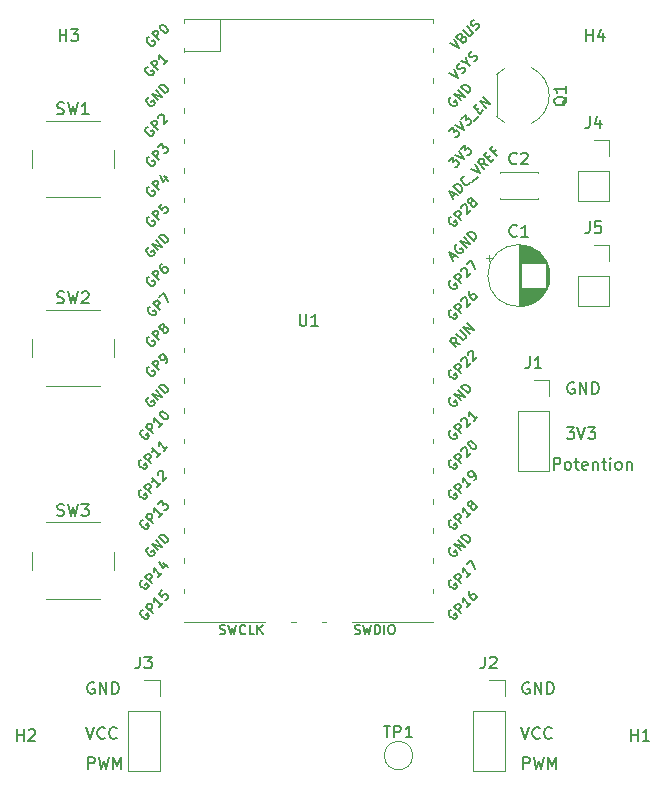
<source format=gbr>
%TF.GenerationSoftware,KiCad,Pcbnew,7.0.10*%
%TF.CreationDate,2024-01-07T12:32:19+09:00*%
%TF.ProjectId,main,6d61696e-2e6b-4696-9361-645f70636258,rev?*%
%TF.SameCoordinates,Original*%
%TF.FileFunction,Legend,Top*%
%TF.FilePolarity,Positive*%
%FSLAX46Y46*%
G04 Gerber Fmt 4.6, Leading zero omitted, Abs format (unit mm)*
G04 Created by KiCad (PCBNEW 7.0.10) date 2024-01-07 12:32:19*
%MOMM*%
%LPD*%
G01*
G04 APERTURE LIST*
%ADD10C,0.200000*%
%ADD11C,0.150000*%
%ADD12C,0.120000*%
%ADD13C,3.200000*%
%ADD14R,1.600000X1.600000*%
%ADD15C,1.600000*%
%ADD16C,2.000000*%
%ADD17R,1.700000X1.700000*%
%ADD18O,1.700000X1.700000*%
%ADD19O,1.800000X1.800000*%
%ADD20O,1.500000X1.500000*%
%ADD21R,3.500000X1.700000*%
%ADD22R,1.700000X3.500000*%
%ADD23R,1.500000X1.500000*%
%ADD24C,1.500000*%
G04 APERTURE END LIST*
D10*
X59116816Y-111097219D02*
X59450149Y-112097219D01*
X59450149Y-112097219D02*
X59783482Y-111097219D01*
X60688244Y-112001980D02*
X60640625Y-112049600D01*
X60640625Y-112049600D02*
X60497768Y-112097219D01*
X60497768Y-112097219D02*
X60402530Y-112097219D01*
X60402530Y-112097219D02*
X60259673Y-112049600D01*
X60259673Y-112049600D02*
X60164435Y-111954361D01*
X60164435Y-111954361D02*
X60116816Y-111859123D01*
X60116816Y-111859123D02*
X60069197Y-111668647D01*
X60069197Y-111668647D02*
X60069197Y-111525790D01*
X60069197Y-111525790D02*
X60116816Y-111335314D01*
X60116816Y-111335314D02*
X60164435Y-111240076D01*
X60164435Y-111240076D02*
X60259673Y-111144838D01*
X60259673Y-111144838D02*
X60402530Y-111097219D01*
X60402530Y-111097219D02*
X60497768Y-111097219D01*
X60497768Y-111097219D02*
X60640625Y-111144838D01*
X60640625Y-111144838D02*
X60688244Y-111192457D01*
X61688244Y-112001980D02*
X61640625Y-112049600D01*
X61640625Y-112049600D02*
X61497768Y-112097219D01*
X61497768Y-112097219D02*
X61402530Y-112097219D01*
X61402530Y-112097219D02*
X61259673Y-112049600D01*
X61259673Y-112049600D02*
X61164435Y-111954361D01*
X61164435Y-111954361D02*
X61116816Y-111859123D01*
X61116816Y-111859123D02*
X61069197Y-111668647D01*
X61069197Y-111668647D02*
X61069197Y-111525790D01*
X61069197Y-111525790D02*
X61116816Y-111335314D01*
X61116816Y-111335314D02*
X61164435Y-111240076D01*
X61164435Y-111240076D02*
X61259673Y-111144838D01*
X61259673Y-111144838D02*
X61402530Y-111097219D01*
X61402530Y-111097219D02*
X61497768Y-111097219D01*
X61497768Y-111097219D02*
X61640625Y-111144838D01*
X61640625Y-111144838D02*
X61688244Y-111192457D01*
X95946816Y-111097219D02*
X96280149Y-112097219D01*
X96280149Y-112097219D02*
X96613482Y-111097219D01*
X97518244Y-112001980D02*
X97470625Y-112049600D01*
X97470625Y-112049600D02*
X97327768Y-112097219D01*
X97327768Y-112097219D02*
X97232530Y-112097219D01*
X97232530Y-112097219D02*
X97089673Y-112049600D01*
X97089673Y-112049600D02*
X96994435Y-111954361D01*
X96994435Y-111954361D02*
X96946816Y-111859123D01*
X96946816Y-111859123D02*
X96899197Y-111668647D01*
X96899197Y-111668647D02*
X96899197Y-111525790D01*
X96899197Y-111525790D02*
X96946816Y-111335314D01*
X96946816Y-111335314D02*
X96994435Y-111240076D01*
X96994435Y-111240076D02*
X97089673Y-111144838D01*
X97089673Y-111144838D02*
X97232530Y-111097219D01*
X97232530Y-111097219D02*
X97327768Y-111097219D01*
X97327768Y-111097219D02*
X97470625Y-111144838D01*
X97470625Y-111144838D02*
X97518244Y-111192457D01*
X98518244Y-112001980D02*
X98470625Y-112049600D01*
X98470625Y-112049600D02*
X98327768Y-112097219D01*
X98327768Y-112097219D02*
X98232530Y-112097219D01*
X98232530Y-112097219D02*
X98089673Y-112049600D01*
X98089673Y-112049600D02*
X97994435Y-111954361D01*
X97994435Y-111954361D02*
X97946816Y-111859123D01*
X97946816Y-111859123D02*
X97899197Y-111668647D01*
X97899197Y-111668647D02*
X97899197Y-111525790D01*
X97899197Y-111525790D02*
X97946816Y-111335314D01*
X97946816Y-111335314D02*
X97994435Y-111240076D01*
X97994435Y-111240076D02*
X98089673Y-111144838D01*
X98089673Y-111144838D02*
X98232530Y-111097219D01*
X98232530Y-111097219D02*
X98327768Y-111097219D01*
X98327768Y-111097219D02*
X98470625Y-111144838D01*
X98470625Y-111144838D02*
X98518244Y-111192457D01*
X59783482Y-107334838D02*
X59688244Y-107287219D01*
X59688244Y-107287219D02*
X59545387Y-107287219D01*
X59545387Y-107287219D02*
X59402530Y-107334838D01*
X59402530Y-107334838D02*
X59307292Y-107430076D01*
X59307292Y-107430076D02*
X59259673Y-107525314D01*
X59259673Y-107525314D02*
X59212054Y-107715790D01*
X59212054Y-107715790D02*
X59212054Y-107858647D01*
X59212054Y-107858647D02*
X59259673Y-108049123D01*
X59259673Y-108049123D02*
X59307292Y-108144361D01*
X59307292Y-108144361D02*
X59402530Y-108239600D01*
X59402530Y-108239600D02*
X59545387Y-108287219D01*
X59545387Y-108287219D02*
X59640625Y-108287219D01*
X59640625Y-108287219D02*
X59783482Y-108239600D01*
X59783482Y-108239600D02*
X59831101Y-108191980D01*
X59831101Y-108191980D02*
X59831101Y-107858647D01*
X59831101Y-107858647D02*
X59640625Y-107858647D01*
X60259673Y-108287219D02*
X60259673Y-107287219D01*
X60259673Y-107287219D02*
X60831101Y-108287219D01*
X60831101Y-108287219D02*
X60831101Y-107287219D01*
X61307292Y-108287219D02*
X61307292Y-107287219D01*
X61307292Y-107287219D02*
X61545387Y-107287219D01*
X61545387Y-107287219D02*
X61688244Y-107334838D01*
X61688244Y-107334838D02*
X61783482Y-107430076D01*
X61783482Y-107430076D02*
X61831101Y-107525314D01*
X61831101Y-107525314D02*
X61878720Y-107715790D01*
X61878720Y-107715790D02*
X61878720Y-107858647D01*
X61878720Y-107858647D02*
X61831101Y-108049123D01*
X61831101Y-108049123D02*
X61783482Y-108144361D01*
X61783482Y-108144361D02*
X61688244Y-108239600D01*
X61688244Y-108239600D02*
X61545387Y-108287219D01*
X61545387Y-108287219D02*
X61307292Y-108287219D01*
X59259673Y-114637219D02*
X59259673Y-113637219D01*
X59259673Y-113637219D02*
X59640625Y-113637219D01*
X59640625Y-113637219D02*
X59735863Y-113684838D01*
X59735863Y-113684838D02*
X59783482Y-113732457D01*
X59783482Y-113732457D02*
X59831101Y-113827695D01*
X59831101Y-113827695D02*
X59831101Y-113970552D01*
X59831101Y-113970552D02*
X59783482Y-114065790D01*
X59783482Y-114065790D02*
X59735863Y-114113409D01*
X59735863Y-114113409D02*
X59640625Y-114161028D01*
X59640625Y-114161028D02*
X59259673Y-114161028D01*
X60164435Y-113637219D02*
X60402530Y-114637219D01*
X60402530Y-114637219D02*
X60593006Y-113922933D01*
X60593006Y-113922933D02*
X60783482Y-114637219D01*
X60783482Y-114637219D02*
X61021578Y-113637219D01*
X61402530Y-114637219D02*
X61402530Y-113637219D01*
X61402530Y-113637219D02*
X61735863Y-114351504D01*
X61735863Y-114351504D02*
X62069196Y-113637219D01*
X62069196Y-113637219D02*
X62069196Y-114637219D01*
X96613482Y-107334838D02*
X96518244Y-107287219D01*
X96518244Y-107287219D02*
X96375387Y-107287219D01*
X96375387Y-107287219D02*
X96232530Y-107334838D01*
X96232530Y-107334838D02*
X96137292Y-107430076D01*
X96137292Y-107430076D02*
X96089673Y-107525314D01*
X96089673Y-107525314D02*
X96042054Y-107715790D01*
X96042054Y-107715790D02*
X96042054Y-107858647D01*
X96042054Y-107858647D02*
X96089673Y-108049123D01*
X96089673Y-108049123D02*
X96137292Y-108144361D01*
X96137292Y-108144361D02*
X96232530Y-108239600D01*
X96232530Y-108239600D02*
X96375387Y-108287219D01*
X96375387Y-108287219D02*
X96470625Y-108287219D01*
X96470625Y-108287219D02*
X96613482Y-108239600D01*
X96613482Y-108239600D02*
X96661101Y-108191980D01*
X96661101Y-108191980D02*
X96661101Y-107858647D01*
X96661101Y-107858647D02*
X96470625Y-107858647D01*
X97089673Y-108287219D02*
X97089673Y-107287219D01*
X97089673Y-107287219D02*
X97661101Y-108287219D01*
X97661101Y-108287219D02*
X97661101Y-107287219D01*
X98137292Y-108287219D02*
X98137292Y-107287219D01*
X98137292Y-107287219D02*
X98375387Y-107287219D01*
X98375387Y-107287219D02*
X98518244Y-107334838D01*
X98518244Y-107334838D02*
X98613482Y-107430076D01*
X98613482Y-107430076D02*
X98661101Y-107525314D01*
X98661101Y-107525314D02*
X98708720Y-107715790D01*
X98708720Y-107715790D02*
X98708720Y-107858647D01*
X98708720Y-107858647D02*
X98661101Y-108049123D01*
X98661101Y-108049123D02*
X98613482Y-108144361D01*
X98613482Y-108144361D02*
X98518244Y-108239600D01*
X98518244Y-108239600D02*
X98375387Y-108287219D01*
X98375387Y-108287219D02*
X98137292Y-108287219D01*
X100423482Y-81934838D02*
X100328244Y-81887219D01*
X100328244Y-81887219D02*
X100185387Y-81887219D01*
X100185387Y-81887219D02*
X100042530Y-81934838D01*
X100042530Y-81934838D02*
X99947292Y-82030076D01*
X99947292Y-82030076D02*
X99899673Y-82125314D01*
X99899673Y-82125314D02*
X99852054Y-82315790D01*
X99852054Y-82315790D02*
X99852054Y-82458647D01*
X99852054Y-82458647D02*
X99899673Y-82649123D01*
X99899673Y-82649123D02*
X99947292Y-82744361D01*
X99947292Y-82744361D02*
X100042530Y-82839600D01*
X100042530Y-82839600D02*
X100185387Y-82887219D01*
X100185387Y-82887219D02*
X100280625Y-82887219D01*
X100280625Y-82887219D02*
X100423482Y-82839600D01*
X100423482Y-82839600D02*
X100471101Y-82791980D01*
X100471101Y-82791980D02*
X100471101Y-82458647D01*
X100471101Y-82458647D02*
X100280625Y-82458647D01*
X100899673Y-82887219D02*
X100899673Y-81887219D01*
X100899673Y-81887219D02*
X101471101Y-82887219D01*
X101471101Y-82887219D02*
X101471101Y-81887219D01*
X101947292Y-82887219D02*
X101947292Y-81887219D01*
X101947292Y-81887219D02*
X102185387Y-81887219D01*
X102185387Y-81887219D02*
X102328244Y-81934838D01*
X102328244Y-81934838D02*
X102423482Y-82030076D01*
X102423482Y-82030076D02*
X102471101Y-82125314D01*
X102471101Y-82125314D02*
X102518720Y-82315790D01*
X102518720Y-82315790D02*
X102518720Y-82458647D01*
X102518720Y-82458647D02*
X102471101Y-82649123D01*
X102471101Y-82649123D02*
X102423482Y-82744361D01*
X102423482Y-82744361D02*
X102328244Y-82839600D01*
X102328244Y-82839600D02*
X102185387Y-82887219D01*
X102185387Y-82887219D02*
X101947292Y-82887219D01*
X96089673Y-114637219D02*
X96089673Y-113637219D01*
X96089673Y-113637219D02*
X96470625Y-113637219D01*
X96470625Y-113637219D02*
X96565863Y-113684838D01*
X96565863Y-113684838D02*
X96613482Y-113732457D01*
X96613482Y-113732457D02*
X96661101Y-113827695D01*
X96661101Y-113827695D02*
X96661101Y-113970552D01*
X96661101Y-113970552D02*
X96613482Y-114065790D01*
X96613482Y-114065790D02*
X96565863Y-114113409D01*
X96565863Y-114113409D02*
X96470625Y-114161028D01*
X96470625Y-114161028D02*
X96089673Y-114161028D01*
X96994435Y-113637219D02*
X97232530Y-114637219D01*
X97232530Y-114637219D02*
X97423006Y-113922933D01*
X97423006Y-113922933D02*
X97613482Y-114637219D01*
X97613482Y-114637219D02*
X97851578Y-113637219D01*
X98232530Y-114637219D02*
X98232530Y-113637219D01*
X98232530Y-113637219D02*
X98565863Y-114351504D01*
X98565863Y-114351504D02*
X98899196Y-113637219D01*
X98899196Y-113637219D02*
X98899196Y-114637219D01*
X99804435Y-85697219D02*
X100423482Y-85697219D01*
X100423482Y-85697219D02*
X100090149Y-86078171D01*
X100090149Y-86078171D02*
X100233006Y-86078171D01*
X100233006Y-86078171D02*
X100328244Y-86125790D01*
X100328244Y-86125790D02*
X100375863Y-86173409D01*
X100375863Y-86173409D02*
X100423482Y-86268647D01*
X100423482Y-86268647D02*
X100423482Y-86506742D01*
X100423482Y-86506742D02*
X100375863Y-86601980D01*
X100375863Y-86601980D02*
X100328244Y-86649600D01*
X100328244Y-86649600D02*
X100233006Y-86697219D01*
X100233006Y-86697219D02*
X99947292Y-86697219D01*
X99947292Y-86697219D02*
X99852054Y-86649600D01*
X99852054Y-86649600D02*
X99804435Y-86601980D01*
X100709197Y-85697219D02*
X101042530Y-86697219D01*
X101042530Y-86697219D02*
X101375863Y-85697219D01*
X101613959Y-85697219D02*
X102233006Y-85697219D01*
X102233006Y-85697219D02*
X101899673Y-86078171D01*
X101899673Y-86078171D02*
X102042530Y-86078171D01*
X102042530Y-86078171D02*
X102137768Y-86125790D01*
X102137768Y-86125790D02*
X102185387Y-86173409D01*
X102185387Y-86173409D02*
X102233006Y-86268647D01*
X102233006Y-86268647D02*
X102233006Y-86506742D01*
X102233006Y-86506742D02*
X102185387Y-86601980D01*
X102185387Y-86601980D02*
X102137768Y-86649600D01*
X102137768Y-86649600D02*
X102042530Y-86697219D01*
X102042530Y-86697219D02*
X101756816Y-86697219D01*
X101756816Y-86697219D02*
X101661578Y-86649600D01*
X101661578Y-86649600D02*
X101613959Y-86601980D01*
X98689673Y-89297219D02*
X98689673Y-88297219D01*
X98689673Y-88297219D02*
X99070625Y-88297219D01*
X99070625Y-88297219D02*
X99165863Y-88344838D01*
X99165863Y-88344838D02*
X99213482Y-88392457D01*
X99213482Y-88392457D02*
X99261101Y-88487695D01*
X99261101Y-88487695D02*
X99261101Y-88630552D01*
X99261101Y-88630552D02*
X99213482Y-88725790D01*
X99213482Y-88725790D02*
X99165863Y-88773409D01*
X99165863Y-88773409D02*
X99070625Y-88821028D01*
X99070625Y-88821028D02*
X98689673Y-88821028D01*
X99832530Y-89297219D02*
X99737292Y-89249600D01*
X99737292Y-89249600D02*
X99689673Y-89201980D01*
X99689673Y-89201980D02*
X99642054Y-89106742D01*
X99642054Y-89106742D02*
X99642054Y-88821028D01*
X99642054Y-88821028D02*
X99689673Y-88725790D01*
X99689673Y-88725790D02*
X99737292Y-88678171D01*
X99737292Y-88678171D02*
X99832530Y-88630552D01*
X99832530Y-88630552D02*
X99975387Y-88630552D01*
X99975387Y-88630552D02*
X100070625Y-88678171D01*
X100070625Y-88678171D02*
X100118244Y-88725790D01*
X100118244Y-88725790D02*
X100165863Y-88821028D01*
X100165863Y-88821028D02*
X100165863Y-89106742D01*
X100165863Y-89106742D02*
X100118244Y-89201980D01*
X100118244Y-89201980D02*
X100070625Y-89249600D01*
X100070625Y-89249600D02*
X99975387Y-89297219D01*
X99975387Y-89297219D02*
X99832530Y-89297219D01*
X100451578Y-88630552D02*
X100832530Y-88630552D01*
X100594435Y-88297219D02*
X100594435Y-89154361D01*
X100594435Y-89154361D02*
X100642054Y-89249600D01*
X100642054Y-89249600D02*
X100737292Y-89297219D01*
X100737292Y-89297219D02*
X100832530Y-89297219D01*
X101546816Y-89249600D02*
X101451578Y-89297219D01*
X101451578Y-89297219D02*
X101261102Y-89297219D01*
X101261102Y-89297219D02*
X101165864Y-89249600D01*
X101165864Y-89249600D02*
X101118245Y-89154361D01*
X101118245Y-89154361D02*
X101118245Y-88773409D01*
X101118245Y-88773409D02*
X101165864Y-88678171D01*
X101165864Y-88678171D02*
X101261102Y-88630552D01*
X101261102Y-88630552D02*
X101451578Y-88630552D01*
X101451578Y-88630552D02*
X101546816Y-88678171D01*
X101546816Y-88678171D02*
X101594435Y-88773409D01*
X101594435Y-88773409D02*
X101594435Y-88868647D01*
X101594435Y-88868647D02*
X101118245Y-88963885D01*
X102023007Y-88630552D02*
X102023007Y-89297219D01*
X102023007Y-88725790D02*
X102070626Y-88678171D01*
X102070626Y-88678171D02*
X102165864Y-88630552D01*
X102165864Y-88630552D02*
X102308721Y-88630552D01*
X102308721Y-88630552D02*
X102403959Y-88678171D01*
X102403959Y-88678171D02*
X102451578Y-88773409D01*
X102451578Y-88773409D02*
X102451578Y-89297219D01*
X102784912Y-88630552D02*
X103165864Y-88630552D01*
X102927769Y-88297219D02*
X102927769Y-89154361D01*
X102927769Y-89154361D02*
X102975388Y-89249600D01*
X102975388Y-89249600D02*
X103070626Y-89297219D01*
X103070626Y-89297219D02*
X103165864Y-89297219D01*
X103499198Y-89297219D02*
X103499198Y-88630552D01*
X103499198Y-88297219D02*
X103451579Y-88344838D01*
X103451579Y-88344838D02*
X103499198Y-88392457D01*
X103499198Y-88392457D02*
X103546817Y-88344838D01*
X103546817Y-88344838D02*
X103499198Y-88297219D01*
X103499198Y-88297219D02*
X103499198Y-88392457D01*
X104118245Y-89297219D02*
X104023007Y-89249600D01*
X104023007Y-89249600D02*
X103975388Y-89201980D01*
X103975388Y-89201980D02*
X103927769Y-89106742D01*
X103927769Y-89106742D02*
X103927769Y-88821028D01*
X103927769Y-88821028D02*
X103975388Y-88725790D01*
X103975388Y-88725790D02*
X104023007Y-88678171D01*
X104023007Y-88678171D02*
X104118245Y-88630552D01*
X104118245Y-88630552D02*
X104261102Y-88630552D01*
X104261102Y-88630552D02*
X104356340Y-88678171D01*
X104356340Y-88678171D02*
X104403959Y-88725790D01*
X104403959Y-88725790D02*
X104451578Y-88821028D01*
X104451578Y-88821028D02*
X104451578Y-89106742D01*
X104451578Y-89106742D02*
X104403959Y-89201980D01*
X104403959Y-89201980D02*
X104356340Y-89249600D01*
X104356340Y-89249600D02*
X104261102Y-89297219D01*
X104261102Y-89297219D02*
X104118245Y-89297219D01*
X104880150Y-88630552D02*
X104880150Y-89297219D01*
X104880150Y-88725790D02*
X104927769Y-88678171D01*
X104927769Y-88678171D02*
X105023007Y-88630552D01*
X105023007Y-88630552D02*
X105165864Y-88630552D01*
X105165864Y-88630552D02*
X105261102Y-88678171D01*
X105261102Y-88678171D02*
X105308721Y-88773409D01*
X105308721Y-88773409D02*
X105308721Y-89297219D01*
D11*
X105238095Y-112254819D02*
X105238095Y-111254819D01*
X105238095Y-111731009D02*
X105809523Y-111731009D01*
X105809523Y-112254819D02*
X105809523Y-111254819D01*
X106809523Y-112254819D02*
X106238095Y-112254819D01*
X106523809Y-112254819D02*
X106523809Y-111254819D01*
X106523809Y-111254819D02*
X106428571Y-111397676D01*
X106428571Y-111397676D02*
X106333333Y-111492914D01*
X106333333Y-111492914D02*
X106238095Y-111540533D01*
X95573333Y-69469580D02*
X95525714Y-69517200D01*
X95525714Y-69517200D02*
X95382857Y-69564819D01*
X95382857Y-69564819D02*
X95287619Y-69564819D01*
X95287619Y-69564819D02*
X95144762Y-69517200D01*
X95144762Y-69517200D02*
X95049524Y-69421961D01*
X95049524Y-69421961D02*
X95001905Y-69326723D01*
X95001905Y-69326723D02*
X94954286Y-69136247D01*
X94954286Y-69136247D02*
X94954286Y-68993390D01*
X94954286Y-68993390D02*
X95001905Y-68802914D01*
X95001905Y-68802914D02*
X95049524Y-68707676D01*
X95049524Y-68707676D02*
X95144762Y-68612438D01*
X95144762Y-68612438D02*
X95287619Y-68564819D01*
X95287619Y-68564819D02*
X95382857Y-68564819D01*
X95382857Y-68564819D02*
X95525714Y-68612438D01*
X95525714Y-68612438D02*
X95573333Y-68660057D01*
X96525714Y-69564819D02*
X95954286Y-69564819D01*
X96240000Y-69564819D02*
X96240000Y-68564819D01*
X96240000Y-68564819D02*
X96144762Y-68707676D01*
X96144762Y-68707676D02*
X96049524Y-68802914D01*
X96049524Y-68802914D02*
X95954286Y-68850533D01*
X56666667Y-93157200D02*
X56809524Y-93204819D01*
X56809524Y-93204819D02*
X57047619Y-93204819D01*
X57047619Y-93204819D02*
X57142857Y-93157200D01*
X57142857Y-93157200D02*
X57190476Y-93109580D01*
X57190476Y-93109580D02*
X57238095Y-93014342D01*
X57238095Y-93014342D02*
X57238095Y-92919104D01*
X57238095Y-92919104D02*
X57190476Y-92823866D01*
X57190476Y-92823866D02*
X57142857Y-92776247D01*
X57142857Y-92776247D02*
X57047619Y-92728628D01*
X57047619Y-92728628D02*
X56857143Y-92681009D01*
X56857143Y-92681009D02*
X56761905Y-92633390D01*
X56761905Y-92633390D02*
X56714286Y-92585771D01*
X56714286Y-92585771D02*
X56666667Y-92490533D01*
X56666667Y-92490533D02*
X56666667Y-92395295D01*
X56666667Y-92395295D02*
X56714286Y-92300057D01*
X56714286Y-92300057D02*
X56761905Y-92252438D01*
X56761905Y-92252438D02*
X56857143Y-92204819D01*
X56857143Y-92204819D02*
X57095238Y-92204819D01*
X57095238Y-92204819D02*
X57238095Y-92252438D01*
X57571429Y-92204819D02*
X57809524Y-93204819D01*
X57809524Y-93204819D02*
X58000000Y-92490533D01*
X58000000Y-92490533D02*
X58190476Y-93204819D01*
X58190476Y-93204819D02*
X58428572Y-92204819D01*
X58714286Y-92204819D02*
X59333333Y-92204819D01*
X59333333Y-92204819D02*
X59000000Y-92585771D01*
X59000000Y-92585771D02*
X59142857Y-92585771D01*
X59142857Y-92585771D02*
X59238095Y-92633390D01*
X59238095Y-92633390D02*
X59285714Y-92681009D01*
X59285714Y-92681009D02*
X59333333Y-92776247D01*
X59333333Y-92776247D02*
X59333333Y-93014342D01*
X59333333Y-93014342D02*
X59285714Y-93109580D01*
X59285714Y-93109580D02*
X59238095Y-93157200D01*
X59238095Y-93157200D02*
X59142857Y-93204819D01*
X59142857Y-93204819D02*
X58857143Y-93204819D01*
X58857143Y-93204819D02*
X58761905Y-93157200D01*
X58761905Y-93157200D02*
X58714286Y-93109580D01*
X56666667Y-75157200D02*
X56809524Y-75204819D01*
X56809524Y-75204819D02*
X57047619Y-75204819D01*
X57047619Y-75204819D02*
X57142857Y-75157200D01*
X57142857Y-75157200D02*
X57190476Y-75109580D01*
X57190476Y-75109580D02*
X57238095Y-75014342D01*
X57238095Y-75014342D02*
X57238095Y-74919104D01*
X57238095Y-74919104D02*
X57190476Y-74823866D01*
X57190476Y-74823866D02*
X57142857Y-74776247D01*
X57142857Y-74776247D02*
X57047619Y-74728628D01*
X57047619Y-74728628D02*
X56857143Y-74681009D01*
X56857143Y-74681009D02*
X56761905Y-74633390D01*
X56761905Y-74633390D02*
X56714286Y-74585771D01*
X56714286Y-74585771D02*
X56666667Y-74490533D01*
X56666667Y-74490533D02*
X56666667Y-74395295D01*
X56666667Y-74395295D02*
X56714286Y-74300057D01*
X56714286Y-74300057D02*
X56761905Y-74252438D01*
X56761905Y-74252438D02*
X56857143Y-74204819D01*
X56857143Y-74204819D02*
X57095238Y-74204819D01*
X57095238Y-74204819D02*
X57238095Y-74252438D01*
X57571429Y-74204819D02*
X57809524Y-75204819D01*
X57809524Y-75204819D02*
X58000000Y-74490533D01*
X58000000Y-74490533D02*
X58190476Y-75204819D01*
X58190476Y-75204819D02*
X58428572Y-74204819D01*
X58761905Y-74300057D02*
X58809524Y-74252438D01*
X58809524Y-74252438D02*
X58904762Y-74204819D01*
X58904762Y-74204819D02*
X59142857Y-74204819D01*
X59142857Y-74204819D02*
X59238095Y-74252438D01*
X59238095Y-74252438D02*
X59285714Y-74300057D01*
X59285714Y-74300057D02*
X59333333Y-74395295D01*
X59333333Y-74395295D02*
X59333333Y-74490533D01*
X59333333Y-74490533D02*
X59285714Y-74633390D01*
X59285714Y-74633390D02*
X58714286Y-75204819D01*
X58714286Y-75204819D02*
X59333333Y-75204819D01*
X101428095Y-52994819D02*
X101428095Y-51994819D01*
X101428095Y-52471009D02*
X101999523Y-52471009D01*
X101999523Y-52994819D02*
X101999523Y-51994819D01*
X102904285Y-52328152D02*
X102904285Y-52994819D01*
X102666190Y-51947200D02*
X102428095Y-52661485D01*
X102428095Y-52661485D02*
X103047142Y-52661485D01*
X56666667Y-59157200D02*
X56809524Y-59204819D01*
X56809524Y-59204819D02*
X57047619Y-59204819D01*
X57047619Y-59204819D02*
X57142857Y-59157200D01*
X57142857Y-59157200D02*
X57190476Y-59109580D01*
X57190476Y-59109580D02*
X57238095Y-59014342D01*
X57238095Y-59014342D02*
X57238095Y-58919104D01*
X57238095Y-58919104D02*
X57190476Y-58823866D01*
X57190476Y-58823866D02*
X57142857Y-58776247D01*
X57142857Y-58776247D02*
X57047619Y-58728628D01*
X57047619Y-58728628D02*
X56857143Y-58681009D01*
X56857143Y-58681009D02*
X56761905Y-58633390D01*
X56761905Y-58633390D02*
X56714286Y-58585771D01*
X56714286Y-58585771D02*
X56666667Y-58490533D01*
X56666667Y-58490533D02*
X56666667Y-58395295D01*
X56666667Y-58395295D02*
X56714286Y-58300057D01*
X56714286Y-58300057D02*
X56761905Y-58252438D01*
X56761905Y-58252438D02*
X56857143Y-58204819D01*
X56857143Y-58204819D02*
X57095238Y-58204819D01*
X57095238Y-58204819D02*
X57238095Y-58252438D01*
X57571429Y-58204819D02*
X57809524Y-59204819D01*
X57809524Y-59204819D02*
X58000000Y-58490533D01*
X58000000Y-58490533D02*
X58190476Y-59204819D01*
X58190476Y-59204819D02*
X58428572Y-58204819D01*
X59333333Y-59204819D02*
X58761905Y-59204819D01*
X59047619Y-59204819D02*
X59047619Y-58204819D01*
X59047619Y-58204819D02*
X58952381Y-58347676D01*
X58952381Y-58347676D02*
X58857143Y-58442914D01*
X58857143Y-58442914D02*
X58761905Y-58490533D01*
X95573333Y-63349580D02*
X95525714Y-63397200D01*
X95525714Y-63397200D02*
X95382857Y-63444819D01*
X95382857Y-63444819D02*
X95287619Y-63444819D01*
X95287619Y-63444819D02*
X95144762Y-63397200D01*
X95144762Y-63397200D02*
X95049524Y-63301961D01*
X95049524Y-63301961D02*
X95001905Y-63206723D01*
X95001905Y-63206723D02*
X94954286Y-63016247D01*
X94954286Y-63016247D02*
X94954286Y-62873390D01*
X94954286Y-62873390D02*
X95001905Y-62682914D01*
X95001905Y-62682914D02*
X95049524Y-62587676D01*
X95049524Y-62587676D02*
X95144762Y-62492438D01*
X95144762Y-62492438D02*
X95287619Y-62444819D01*
X95287619Y-62444819D02*
X95382857Y-62444819D01*
X95382857Y-62444819D02*
X95525714Y-62492438D01*
X95525714Y-62492438D02*
X95573333Y-62540057D01*
X95954286Y-62540057D02*
X96001905Y-62492438D01*
X96001905Y-62492438D02*
X96097143Y-62444819D01*
X96097143Y-62444819D02*
X96335238Y-62444819D01*
X96335238Y-62444819D02*
X96430476Y-62492438D01*
X96430476Y-62492438D02*
X96478095Y-62540057D01*
X96478095Y-62540057D02*
X96525714Y-62635295D01*
X96525714Y-62635295D02*
X96525714Y-62730533D01*
X96525714Y-62730533D02*
X96478095Y-62873390D01*
X96478095Y-62873390D02*
X95906667Y-63444819D01*
X95906667Y-63444819D02*
X96525714Y-63444819D01*
X96656666Y-79704819D02*
X96656666Y-80419104D01*
X96656666Y-80419104D02*
X96609047Y-80561961D01*
X96609047Y-80561961D02*
X96513809Y-80657200D01*
X96513809Y-80657200D02*
X96370952Y-80704819D01*
X96370952Y-80704819D02*
X96275714Y-80704819D01*
X97656666Y-80704819D02*
X97085238Y-80704819D01*
X97370952Y-80704819D02*
X97370952Y-79704819D01*
X97370952Y-79704819D02*
X97275714Y-79847676D01*
X97275714Y-79847676D02*
X97180476Y-79942914D01*
X97180476Y-79942914D02*
X97085238Y-79990533D01*
X101736666Y-59384819D02*
X101736666Y-60099104D01*
X101736666Y-60099104D02*
X101689047Y-60241961D01*
X101689047Y-60241961D02*
X101593809Y-60337200D01*
X101593809Y-60337200D02*
X101450952Y-60384819D01*
X101450952Y-60384819D02*
X101355714Y-60384819D01*
X102641428Y-59718152D02*
X102641428Y-60384819D01*
X102403333Y-59337200D02*
X102165238Y-60051485D01*
X102165238Y-60051485D02*
X102784285Y-60051485D01*
X92871666Y-105119819D02*
X92871666Y-105834104D01*
X92871666Y-105834104D02*
X92824047Y-105976961D01*
X92824047Y-105976961D02*
X92728809Y-106072200D01*
X92728809Y-106072200D02*
X92585952Y-106119819D01*
X92585952Y-106119819D02*
X92490714Y-106119819D01*
X93300238Y-105215057D02*
X93347857Y-105167438D01*
X93347857Y-105167438D02*
X93443095Y-105119819D01*
X93443095Y-105119819D02*
X93681190Y-105119819D01*
X93681190Y-105119819D02*
X93776428Y-105167438D01*
X93776428Y-105167438D02*
X93824047Y-105215057D01*
X93824047Y-105215057D02*
X93871666Y-105310295D01*
X93871666Y-105310295D02*
X93871666Y-105405533D01*
X93871666Y-105405533D02*
X93824047Y-105548390D01*
X93824047Y-105548390D02*
X93252619Y-106119819D01*
X93252619Y-106119819D02*
X93871666Y-106119819D01*
X101736666Y-68274819D02*
X101736666Y-68989104D01*
X101736666Y-68989104D02*
X101689047Y-69131961D01*
X101689047Y-69131961D02*
X101593809Y-69227200D01*
X101593809Y-69227200D02*
X101450952Y-69274819D01*
X101450952Y-69274819D02*
X101355714Y-69274819D01*
X102689047Y-68274819D02*
X102212857Y-68274819D01*
X102212857Y-68274819D02*
X102165238Y-68751009D01*
X102165238Y-68751009D02*
X102212857Y-68703390D01*
X102212857Y-68703390D02*
X102308095Y-68655771D01*
X102308095Y-68655771D02*
X102546190Y-68655771D01*
X102546190Y-68655771D02*
X102641428Y-68703390D01*
X102641428Y-68703390D02*
X102689047Y-68751009D01*
X102689047Y-68751009D02*
X102736666Y-68846247D01*
X102736666Y-68846247D02*
X102736666Y-69084342D01*
X102736666Y-69084342D02*
X102689047Y-69179580D01*
X102689047Y-69179580D02*
X102641428Y-69227200D01*
X102641428Y-69227200D02*
X102546190Y-69274819D01*
X102546190Y-69274819D02*
X102308095Y-69274819D01*
X102308095Y-69274819D02*
X102212857Y-69227200D01*
X102212857Y-69227200D02*
X102165238Y-69179580D01*
X63661666Y-105119819D02*
X63661666Y-105834104D01*
X63661666Y-105834104D02*
X63614047Y-105976961D01*
X63614047Y-105976961D02*
X63518809Y-106072200D01*
X63518809Y-106072200D02*
X63375952Y-106119819D01*
X63375952Y-106119819D02*
X63280714Y-106119819D01*
X64042619Y-105119819D02*
X64661666Y-105119819D01*
X64661666Y-105119819D02*
X64328333Y-105500771D01*
X64328333Y-105500771D02*
X64471190Y-105500771D01*
X64471190Y-105500771D02*
X64566428Y-105548390D01*
X64566428Y-105548390D02*
X64614047Y-105596009D01*
X64614047Y-105596009D02*
X64661666Y-105691247D01*
X64661666Y-105691247D02*
X64661666Y-105929342D01*
X64661666Y-105929342D02*
X64614047Y-106024580D01*
X64614047Y-106024580D02*
X64566428Y-106072200D01*
X64566428Y-106072200D02*
X64471190Y-106119819D01*
X64471190Y-106119819D02*
X64185476Y-106119819D01*
X64185476Y-106119819D02*
X64090238Y-106072200D01*
X64090238Y-106072200D02*
X64042619Y-106024580D01*
X77178095Y-76124819D02*
X77178095Y-76934342D01*
X77178095Y-76934342D02*
X77225714Y-77029580D01*
X77225714Y-77029580D02*
X77273333Y-77077200D01*
X77273333Y-77077200D02*
X77368571Y-77124819D01*
X77368571Y-77124819D02*
X77559047Y-77124819D01*
X77559047Y-77124819D02*
X77654285Y-77077200D01*
X77654285Y-77077200D02*
X77701904Y-77029580D01*
X77701904Y-77029580D02*
X77749523Y-76934342D01*
X77749523Y-76934342D02*
X77749523Y-76124819D01*
X78749523Y-77124819D02*
X78178095Y-77124819D01*
X78463809Y-77124819D02*
X78463809Y-76124819D01*
X78463809Y-76124819D02*
X78368571Y-76267676D01*
X78368571Y-76267676D02*
X78273333Y-76362914D01*
X78273333Y-76362914D02*
X78178095Y-76410533D01*
X64353372Y-60281494D02*
X64272560Y-60308431D01*
X64272560Y-60308431D02*
X64191748Y-60389243D01*
X64191748Y-60389243D02*
X64137873Y-60496993D01*
X64137873Y-60496993D02*
X64137873Y-60604742D01*
X64137873Y-60604742D02*
X64164810Y-60685555D01*
X64164810Y-60685555D02*
X64245623Y-60820242D01*
X64245623Y-60820242D02*
X64326435Y-60901054D01*
X64326435Y-60901054D02*
X64461122Y-60981866D01*
X64461122Y-60981866D02*
X64541934Y-61008803D01*
X64541934Y-61008803D02*
X64649684Y-61008803D01*
X64649684Y-61008803D02*
X64757433Y-60954929D01*
X64757433Y-60954929D02*
X64811308Y-60901054D01*
X64811308Y-60901054D02*
X64865183Y-60793304D01*
X64865183Y-60793304D02*
X64865183Y-60739429D01*
X64865183Y-60739429D02*
X64676621Y-60550868D01*
X64676621Y-60550868D02*
X64568871Y-60658617D01*
X65161494Y-60550868D02*
X64595809Y-59985182D01*
X64595809Y-59985182D02*
X64811308Y-59769683D01*
X64811308Y-59769683D02*
X64892120Y-59742746D01*
X64892120Y-59742746D02*
X64945995Y-59742746D01*
X64945995Y-59742746D02*
X65026807Y-59769683D01*
X65026807Y-59769683D02*
X65107619Y-59850495D01*
X65107619Y-59850495D02*
X65134557Y-59931307D01*
X65134557Y-59931307D02*
X65134557Y-59985182D01*
X65134557Y-59985182D02*
X65107619Y-60065994D01*
X65107619Y-60065994D02*
X64892120Y-60281494D01*
X65188432Y-59500309D02*
X65188432Y-59446434D01*
X65188432Y-59446434D02*
X65215369Y-59365622D01*
X65215369Y-59365622D02*
X65350056Y-59230935D01*
X65350056Y-59230935D02*
X65430868Y-59203998D01*
X65430868Y-59203998D02*
X65484743Y-59203998D01*
X65484743Y-59203998D02*
X65565555Y-59230935D01*
X65565555Y-59230935D02*
X65619430Y-59284810D01*
X65619430Y-59284810D02*
X65673305Y-59392559D01*
X65673305Y-59392559D02*
X65673305Y-60039057D01*
X65673305Y-60039057D02*
X66023491Y-59688871D01*
X64426435Y-83168431D02*
X64345623Y-83195368D01*
X64345623Y-83195368D02*
X64264811Y-83276180D01*
X64264811Y-83276180D02*
X64210936Y-83383930D01*
X64210936Y-83383930D02*
X64210936Y-83491680D01*
X64210936Y-83491680D02*
X64237873Y-83572492D01*
X64237873Y-83572492D02*
X64318685Y-83707179D01*
X64318685Y-83707179D02*
X64399498Y-83787991D01*
X64399498Y-83787991D02*
X64534185Y-83868803D01*
X64534185Y-83868803D02*
X64614997Y-83895741D01*
X64614997Y-83895741D02*
X64722746Y-83895741D01*
X64722746Y-83895741D02*
X64830496Y-83841866D01*
X64830496Y-83841866D02*
X64884371Y-83787991D01*
X64884371Y-83787991D02*
X64938246Y-83680241D01*
X64938246Y-83680241D02*
X64938246Y-83626367D01*
X64938246Y-83626367D02*
X64749684Y-83437805D01*
X64749684Y-83437805D02*
X64641934Y-83545554D01*
X65234557Y-83437805D02*
X64668872Y-82872119D01*
X64668872Y-82872119D02*
X65557806Y-83114556D01*
X65557806Y-83114556D02*
X64992120Y-82548871D01*
X65827180Y-82845182D02*
X65261494Y-82279497D01*
X65261494Y-82279497D02*
X65396181Y-82144810D01*
X65396181Y-82144810D02*
X65503931Y-82090935D01*
X65503931Y-82090935D02*
X65611680Y-82090935D01*
X65611680Y-82090935D02*
X65692493Y-82117872D01*
X65692493Y-82117872D02*
X65827180Y-82198685D01*
X65827180Y-82198685D02*
X65907992Y-82279497D01*
X65907992Y-82279497D02*
X65988804Y-82414184D01*
X65988804Y-82414184D02*
X66015741Y-82494996D01*
X66015741Y-82494996D02*
X66015741Y-82602746D01*
X66015741Y-82602746D02*
X65961867Y-82710495D01*
X65961867Y-82710495D02*
X65827180Y-82845182D01*
X64453372Y-78061494D02*
X64372560Y-78088431D01*
X64372560Y-78088431D02*
X64291748Y-78169243D01*
X64291748Y-78169243D02*
X64237873Y-78276993D01*
X64237873Y-78276993D02*
X64237873Y-78384742D01*
X64237873Y-78384742D02*
X64264810Y-78465555D01*
X64264810Y-78465555D02*
X64345623Y-78600242D01*
X64345623Y-78600242D02*
X64426435Y-78681054D01*
X64426435Y-78681054D02*
X64561122Y-78761866D01*
X64561122Y-78761866D02*
X64641934Y-78788803D01*
X64641934Y-78788803D02*
X64749684Y-78788803D01*
X64749684Y-78788803D02*
X64857433Y-78734929D01*
X64857433Y-78734929D02*
X64911308Y-78681054D01*
X64911308Y-78681054D02*
X64965183Y-78573304D01*
X64965183Y-78573304D02*
X64965183Y-78519429D01*
X64965183Y-78519429D02*
X64776621Y-78330868D01*
X64776621Y-78330868D02*
X64668871Y-78438617D01*
X65261494Y-78330868D02*
X64695809Y-77765182D01*
X64695809Y-77765182D02*
X64911308Y-77549683D01*
X64911308Y-77549683D02*
X64992120Y-77522746D01*
X64992120Y-77522746D02*
X65045995Y-77522746D01*
X65045995Y-77522746D02*
X65126807Y-77549683D01*
X65126807Y-77549683D02*
X65207619Y-77630495D01*
X65207619Y-77630495D02*
X65234557Y-77711307D01*
X65234557Y-77711307D02*
X65234557Y-77765182D01*
X65234557Y-77765182D02*
X65207619Y-77845994D01*
X65207619Y-77845994D02*
X64992120Y-78061494D01*
X65584743Y-77361121D02*
X65503931Y-77388059D01*
X65503931Y-77388059D02*
X65450056Y-77388059D01*
X65450056Y-77388059D02*
X65369244Y-77361121D01*
X65369244Y-77361121D02*
X65342306Y-77334184D01*
X65342306Y-77334184D02*
X65315369Y-77253372D01*
X65315369Y-77253372D02*
X65315369Y-77199497D01*
X65315369Y-77199497D02*
X65342306Y-77118685D01*
X65342306Y-77118685D02*
X65450056Y-77010935D01*
X65450056Y-77010935D02*
X65530868Y-76983998D01*
X65530868Y-76983998D02*
X65584743Y-76983998D01*
X65584743Y-76983998D02*
X65665555Y-77010935D01*
X65665555Y-77010935D02*
X65692493Y-77037872D01*
X65692493Y-77037872D02*
X65719430Y-77118685D01*
X65719430Y-77118685D02*
X65719430Y-77172559D01*
X65719430Y-77172559D02*
X65692493Y-77253372D01*
X65692493Y-77253372D02*
X65584743Y-77361121D01*
X65584743Y-77361121D02*
X65557806Y-77441933D01*
X65557806Y-77441933D02*
X65557806Y-77495808D01*
X65557806Y-77495808D02*
X65584743Y-77576620D01*
X65584743Y-77576620D02*
X65692493Y-77684370D01*
X65692493Y-77684370D02*
X65773305Y-77711307D01*
X65773305Y-77711307D02*
X65827180Y-77711307D01*
X65827180Y-77711307D02*
X65907992Y-77684370D01*
X65907992Y-77684370D02*
X66015741Y-77576620D01*
X66015741Y-77576620D02*
X66042679Y-77495808D01*
X66042679Y-77495808D02*
X66042679Y-77441933D01*
X66042679Y-77441933D02*
X66015741Y-77361121D01*
X66015741Y-77361121D02*
X65907992Y-77253372D01*
X65907992Y-77253372D02*
X65827180Y-77226434D01*
X65827180Y-77226434D02*
X65773305Y-77226434D01*
X65773305Y-77226434D02*
X65692493Y-77253372D01*
X89860749Y-55740242D02*
X90614996Y-56117366D01*
X90614996Y-56117366D02*
X90237873Y-55363118D01*
X90938245Y-55740242D02*
X91045995Y-55686367D01*
X91045995Y-55686367D02*
X91180682Y-55551680D01*
X91180682Y-55551680D02*
X91207619Y-55470868D01*
X91207619Y-55470868D02*
X91207619Y-55416993D01*
X91207619Y-55416993D02*
X91180682Y-55336181D01*
X91180682Y-55336181D02*
X91126807Y-55282306D01*
X91126807Y-55282306D02*
X91045995Y-55255369D01*
X91045995Y-55255369D02*
X90992120Y-55255369D01*
X90992120Y-55255369D02*
X90911308Y-55282306D01*
X90911308Y-55282306D02*
X90776621Y-55363118D01*
X90776621Y-55363118D02*
X90695808Y-55390056D01*
X90695808Y-55390056D02*
X90641934Y-55390056D01*
X90641934Y-55390056D02*
X90561121Y-55363118D01*
X90561121Y-55363118D02*
X90507247Y-55309244D01*
X90507247Y-55309244D02*
X90480309Y-55228431D01*
X90480309Y-55228431D02*
X90480309Y-55174557D01*
X90480309Y-55174557D02*
X90507247Y-55093744D01*
X90507247Y-55093744D02*
X90641934Y-54959057D01*
X90641934Y-54959057D02*
X90749683Y-54905183D01*
X91369244Y-54824370D02*
X91638618Y-55093744D01*
X90884370Y-54716621D02*
X91369244Y-54824370D01*
X91369244Y-54824370D02*
X91261494Y-54339497D01*
X91961866Y-54716621D02*
X92069616Y-54662746D01*
X92069616Y-54662746D02*
X92204303Y-54528059D01*
X92204303Y-54528059D02*
X92231240Y-54447247D01*
X92231240Y-54447247D02*
X92231240Y-54393372D01*
X92231240Y-54393372D02*
X92204303Y-54312560D01*
X92204303Y-54312560D02*
X92150428Y-54258685D01*
X92150428Y-54258685D02*
X92069616Y-54231748D01*
X92069616Y-54231748D02*
X92015741Y-54231748D01*
X92015741Y-54231748D02*
X91934929Y-54258685D01*
X91934929Y-54258685D02*
X91800242Y-54339497D01*
X91800242Y-54339497D02*
X91719430Y-54366435D01*
X91719430Y-54366435D02*
X91665555Y-54366435D01*
X91665555Y-54366435D02*
X91584743Y-54339497D01*
X91584743Y-54339497D02*
X91530868Y-54285622D01*
X91530868Y-54285622D02*
X91503930Y-54204810D01*
X91503930Y-54204810D02*
X91503930Y-54150935D01*
X91503930Y-54150935D02*
X91530868Y-54070123D01*
X91530868Y-54070123D02*
X91665555Y-53935436D01*
X91665555Y-53935436D02*
X91773304Y-53881561D01*
X63783998Y-91030868D02*
X63703185Y-91057805D01*
X63703185Y-91057805D02*
X63622373Y-91138618D01*
X63622373Y-91138618D02*
X63568498Y-91246367D01*
X63568498Y-91246367D02*
X63568498Y-91354117D01*
X63568498Y-91354117D02*
X63595436Y-91434929D01*
X63595436Y-91434929D02*
X63676248Y-91569616D01*
X63676248Y-91569616D02*
X63757060Y-91650428D01*
X63757060Y-91650428D02*
X63891747Y-91731241D01*
X63891747Y-91731241D02*
X63972560Y-91758178D01*
X63972560Y-91758178D02*
X64080309Y-91758178D01*
X64080309Y-91758178D02*
X64188059Y-91704303D01*
X64188059Y-91704303D02*
X64241934Y-91650428D01*
X64241934Y-91650428D02*
X64295808Y-91542679D01*
X64295808Y-91542679D02*
X64295808Y-91488804D01*
X64295808Y-91488804D02*
X64107247Y-91300242D01*
X64107247Y-91300242D02*
X63999497Y-91407992D01*
X64592120Y-91300242D02*
X64026434Y-90734557D01*
X64026434Y-90734557D02*
X64241934Y-90519057D01*
X64241934Y-90519057D02*
X64322746Y-90492120D01*
X64322746Y-90492120D02*
X64376621Y-90492120D01*
X64376621Y-90492120D02*
X64457433Y-90519057D01*
X64457433Y-90519057D02*
X64538245Y-90599870D01*
X64538245Y-90599870D02*
X64565182Y-90680682D01*
X64565182Y-90680682D02*
X64565182Y-90734557D01*
X64565182Y-90734557D02*
X64538245Y-90815369D01*
X64538245Y-90815369D02*
X64322746Y-91030868D01*
X65454117Y-90438245D02*
X65130868Y-90761494D01*
X65292492Y-90599870D02*
X64726807Y-90034184D01*
X64726807Y-90034184D02*
X64753744Y-90168871D01*
X64753744Y-90168871D02*
X64753744Y-90276621D01*
X64753744Y-90276621D02*
X64726807Y-90357433D01*
X65157805Y-89710935D02*
X65157805Y-89657060D01*
X65157805Y-89657060D02*
X65184743Y-89576248D01*
X65184743Y-89576248D02*
X65319430Y-89441561D01*
X65319430Y-89441561D02*
X65400242Y-89414624D01*
X65400242Y-89414624D02*
X65454117Y-89414624D01*
X65454117Y-89414624D02*
X65534929Y-89441561D01*
X65534929Y-89441561D02*
X65588804Y-89495436D01*
X65588804Y-89495436D02*
X65642679Y-89603186D01*
X65642679Y-89603186D02*
X65642679Y-90249683D01*
X65642679Y-90249683D02*
X65992865Y-89899497D01*
X90026435Y-57768431D02*
X89945623Y-57795368D01*
X89945623Y-57795368D02*
X89864811Y-57876180D01*
X89864811Y-57876180D02*
X89810936Y-57983930D01*
X89810936Y-57983930D02*
X89810936Y-58091680D01*
X89810936Y-58091680D02*
X89837873Y-58172492D01*
X89837873Y-58172492D02*
X89918685Y-58307179D01*
X89918685Y-58307179D02*
X89999498Y-58387991D01*
X89999498Y-58387991D02*
X90134185Y-58468803D01*
X90134185Y-58468803D02*
X90214997Y-58495741D01*
X90214997Y-58495741D02*
X90322746Y-58495741D01*
X90322746Y-58495741D02*
X90430496Y-58441866D01*
X90430496Y-58441866D02*
X90484371Y-58387991D01*
X90484371Y-58387991D02*
X90538246Y-58280241D01*
X90538246Y-58280241D02*
X90538246Y-58226367D01*
X90538246Y-58226367D02*
X90349684Y-58037805D01*
X90349684Y-58037805D02*
X90241934Y-58145554D01*
X90834557Y-58037805D02*
X90268872Y-57472119D01*
X90268872Y-57472119D02*
X91157806Y-57714556D01*
X91157806Y-57714556D02*
X90592120Y-57148871D01*
X91427180Y-57445182D02*
X90861494Y-56879497D01*
X90861494Y-56879497D02*
X90996181Y-56744810D01*
X90996181Y-56744810D02*
X91103931Y-56690935D01*
X91103931Y-56690935D02*
X91211680Y-56690935D01*
X91211680Y-56690935D02*
X91292493Y-56717872D01*
X91292493Y-56717872D02*
X91427180Y-56798685D01*
X91427180Y-56798685D02*
X91507992Y-56879497D01*
X91507992Y-56879497D02*
X91588804Y-57014184D01*
X91588804Y-57014184D02*
X91615741Y-57094996D01*
X91615741Y-57094996D02*
X91615741Y-57202746D01*
X91615741Y-57202746D02*
X91561867Y-57310495D01*
X91561867Y-57310495D02*
X91427180Y-57445182D01*
X90037998Y-98650868D02*
X89957185Y-98677805D01*
X89957185Y-98677805D02*
X89876373Y-98758618D01*
X89876373Y-98758618D02*
X89822498Y-98866367D01*
X89822498Y-98866367D02*
X89822498Y-98974117D01*
X89822498Y-98974117D02*
X89849436Y-99054929D01*
X89849436Y-99054929D02*
X89930248Y-99189616D01*
X89930248Y-99189616D02*
X90011060Y-99270428D01*
X90011060Y-99270428D02*
X90145747Y-99351241D01*
X90145747Y-99351241D02*
X90226560Y-99378178D01*
X90226560Y-99378178D02*
X90334309Y-99378178D01*
X90334309Y-99378178D02*
X90442059Y-99324303D01*
X90442059Y-99324303D02*
X90495934Y-99270428D01*
X90495934Y-99270428D02*
X90549808Y-99162679D01*
X90549808Y-99162679D02*
X90549808Y-99108804D01*
X90549808Y-99108804D02*
X90361247Y-98920242D01*
X90361247Y-98920242D02*
X90253497Y-99027992D01*
X90846120Y-98920242D02*
X90280434Y-98354557D01*
X90280434Y-98354557D02*
X90495934Y-98139057D01*
X90495934Y-98139057D02*
X90576746Y-98112120D01*
X90576746Y-98112120D02*
X90630621Y-98112120D01*
X90630621Y-98112120D02*
X90711433Y-98139057D01*
X90711433Y-98139057D02*
X90792245Y-98219870D01*
X90792245Y-98219870D02*
X90819182Y-98300682D01*
X90819182Y-98300682D02*
X90819182Y-98354557D01*
X90819182Y-98354557D02*
X90792245Y-98435369D01*
X90792245Y-98435369D02*
X90576746Y-98650868D01*
X91708117Y-98058245D02*
X91384868Y-98381494D01*
X91546492Y-98219870D02*
X90980807Y-97654184D01*
X90980807Y-97654184D02*
X91007744Y-97788871D01*
X91007744Y-97788871D02*
X91007744Y-97896621D01*
X91007744Y-97896621D02*
X90980807Y-97977433D01*
X91330993Y-97303998D02*
X91708117Y-96926874D01*
X91708117Y-96926874D02*
X92031366Y-97734996D01*
X64453372Y-65361494D02*
X64372560Y-65388431D01*
X64372560Y-65388431D02*
X64291748Y-65469243D01*
X64291748Y-65469243D02*
X64237873Y-65576993D01*
X64237873Y-65576993D02*
X64237873Y-65684742D01*
X64237873Y-65684742D02*
X64264810Y-65765555D01*
X64264810Y-65765555D02*
X64345623Y-65900242D01*
X64345623Y-65900242D02*
X64426435Y-65981054D01*
X64426435Y-65981054D02*
X64561122Y-66061866D01*
X64561122Y-66061866D02*
X64641934Y-66088803D01*
X64641934Y-66088803D02*
X64749684Y-66088803D01*
X64749684Y-66088803D02*
X64857433Y-66034929D01*
X64857433Y-66034929D02*
X64911308Y-65981054D01*
X64911308Y-65981054D02*
X64965183Y-65873304D01*
X64965183Y-65873304D02*
X64965183Y-65819429D01*
X64965183Y-65819429D02*
X64776621Y-65630868D01*
X64776621Y-65630868D02*
X64668871Y-65738617D01*
X65261494Y-65630868D02*
X64695809Y-65065182D01*
X64695809Y-65065182D02*
X64911308Y-64849683D01*
X64911308Y-64849683D02*
X64992120Y-64822746D01*
X64992120Y-64822746D02*
X65045995Y-64822746D01*
X65045995Y-64822746D02*
X65126807Y-64849683D01*
X65126807Y-64849683D02*
X65207619Y-64930495D01*
X65207619Y-64930495D02*
X65234557Y-65011307D01*
X65234557Y-65011307D02*
X65234557Y-65065182D01*
X65234557Y-65065182D02*
X65207619Y-65145994D01*
X65207619Y-65145994D02*
X64992120Y-65361494D01*
X65692493Y-64445622D02*
X66069616Y-64822746D01*
X65342306Y-64364810D02*
X65611680Y-64903558D01*
X65611680Y-64903558D02*
X65961867Y-64553372D01*
X64453372Y-72981494D02*
X64372560Y-73008431D01*
X64372560Y-73008431D02*
X64291748Y-73089243D01*
X64291748Y-73089243D02*
X64237873Y-73196993D01*
X64237873Y-73196993D02*
X64237873Y-73304742D01*
X64237873Y-73304742D02*
X64264810Y-73385555D01*
X64264810Y-73385555D02*
X64345623Y-73520242D01*
X64345623Y-73520242D02*
X64426435Y-73601054D01*
X64426435Y-73601054D02*
X64561122Y-73681866D01*
X64561122Y-73681866D02*
X64641934Y-73708803D01*
X64641934Y-73708803D02*
X64749684Y-73708803D01*
X64749684Y-73708803D02*
X64857433Y-73654929D01*
X64857433Y-73654929D02*
X64911308Y-73601054D01*
X64911308Y-73601054D02*
X64965183Y-73493304D01*
X64965183Y-73493304D02*
X64965183Y-73439429D01*
X64965183Y-73439429D02*
X64776621Y-73250868D01*
X64776621Y-73250868D02*
X64668871Y-73358617D01*
X65261494Y-73250868D02*
X64695809Y-72685182D01*
X64695809Y-72685182D02*
X64911308Y-72469683D01*
X64911308Y-72469683D02*
X64992120Y-72442746D01*
X64992120Y-72442746D02*
X65045995Y-72442746D01*
X65045995Y-72442746D02*
X65126807Y-72469683D01*
X65126807Y-72469683D02*
X65207619Y-72550495D01*
X65207619Y-72550495D02*
X65234557Y-72631307D01*
X65234557Y-72631307D02*
X65234557Y-72685182D01*
X65234557Y-72685182D02*
X65207619Y-72765994D01*
X65207619Y-72765994D02*
X64992120Y-72981494D01*
X65503931Y-71877060D02*
X65396181Y-71984810D01*
X65396181Y-71984810D02*
X65369244Y-72065622D01*
X65369244Y-72065622D02*
X65369244Y-72119497D01*
X65369244Y-72119497D02*
X65396181Y-72254184D01*
X65396181Y-72254184D02*
X65476993Y-72388871D01*
X65476993Y-72388871D02*
X65692493Y-72604370D01*
X65692493Y-72604370D02*
X65773305Y-72631307D01*
X65773305Y-72631307D02*
X65827180Y-72631307D01*
X65827180Y-72631307D02*
X65907992Y-72604370D01*
X65907992Y-72604370D02*
X66015741Y-72496620D01*
X66015741Y-72496620D02*
X66042679Y-72415808D01*
X66042679Y-72415808D02*
X66042679Y-72361933D01*
X66042679Y-72361933D02*
X66015741Y-72281121D01*
X66015741Y-72281121D02*
X65881054Y-72146434D01*
X65881054Y-72146434D02*
X65800242Y-72119497D01*
X65800242Y-72119497D02*
X65746367Y-72119497D01*
X65746367Y-72119497D02*
X65665555Y-72146434D01*
X65665555Y-72146434D02*
X65557806Y-72254184D01*
X65557806Y-72254184D02*
X65530868Y-72334996D01*
X65530868Y-72334996D02*
X65530868Y-72388871D01*
X65530868Y-72388871D02*
X65557806Y-72469683D01*
X64453372Y-62821494D02*
X64372560Y-62848431D01*
X64372560Y-62848431D02*
X64291748Y-62929243D01*
X64291748Y-62929243D02*
X64237873Y-63036993D01*
X64237873Y-63036993D02*
X64237873Y-63144742D01*
X64237873Y-63144742D02*
X64264810Y-63225555D01*
X64264810Y-63225555D02*
X64345623Y-63360242D01*
X64345623Y-63360242D02*
X64426435Y-63441054D01*
X64426435Y-63441054D02*
X64561122Y-63521866D01*
X64561122Y-63521866D02*
X64641934Y-63548803D01*
X64641934Y-63548803D02*
X64749684Y-63548803D01*
X64749684Y-63548803D02*
X64857433Y-63494929D01*
X64857433Y-63494929D02*
X64911308Y-63441054D01*
X64911308Y-63441054D02*
X64965183Y-63333304D01*
X64965183Y-63333304D02*
X64965183Y-63279429D01*
X64965183Y-63279429D02*
X64776621Y-63090868D01*
X64776621Y-63090868D02*
X64668871Y-63198617D01*
X65261494Y-63090868D02*
X64695809Y-62525182D01*
X64695809Y-62525182D02*
X64911308Y-62309683D01*
X64911308Y-62309683D02*
X64992120Y-62282746D01*
X64992120Y-62282746D02*
X65045995Y-62282746D01*
X65045995Y-62282746D02*
X65126807Y-62309683D01*
X65126807Y-62309683D02*
X65207619Y-62390495D01*
X65207619Y-62390495D02*
X65234557Y-62471307D01*
X65234557Y-62471307D02*
X65234557Y-62525182D01*
X65234557Y-62525182D02*
X65207619Y-62605994D01*
X65207619Y-62605994D02*
X64992120Y-62821494D01*
X65207619Y-62013372D02*
X65557806Y-61663185D01*
X65557806Y-61663185D02*
X65584743Y-62067246D01*
X65584743Y-62067246D02*
X65665555Y-61986434D01*
X65665555Y-61986434D02*
X65746367Y-61959497D01*
X65746367Y-61959497D02*
X65800242Y-61959497D01*
X65800242Y-61959497D02*
X65881054Y-61986434D01*
X65881054Y-61986434D02*
X66015741Y-62121121D01*
X66015741Y-62121121D02*
X66042679Y-62201933D01*
X66042679Y-62201933D02*
X66042679Y-62255808D01*
X66042679Y-62255808D02*
X66015741Y-62336620D01*
X66015741Y-62336620D02*
X65854117Y-62498245D01*
X65854117Y-62498245D02*
X65773305Y-62525182D01*
X65773305Y-62525182D02*
X65719430Y-62525182D01*
X64426435Y-95868431D02*
X64345623Y-95895368D01*
X64345623Y-95895368D02*
X64264811Y-95976180D01*
X64264811Y-95976180D02*
X64210936Y-96083930D01*
X64210936Y-96083930D02*
X64210936Y-96191680D01*
X64210936Y-96191680D02*
X64237873Y-96272492D01*
X64237873Y-96272492D02*
X64318685Y-96407179D01*
X64318685Y-96407179D02*
X64399498Y-96487991D01*
X64399498Y-96487991D02*
X64534185Y-96568803D01*
X64534185Y-96568803D02*
X64614997Y-96595741D01*
X64614997Y-96595741D02*
X64722746Y-96595741D01*
X64722746Y-96595741D02*
X64830496Y-96541866D01*
X64830496Y-96541866D02*
X64884371Y-96487991D01*
X64884371Y-96487991D02*
X64938246Y-96380241D01*
X64938246Y-96380241D02*
X64938246Y-96326367D01*
X64938246Y-96326367D02*
X64749684Y-96137805D01*
X64749684Y-96137805D02*
X64641934Y-96245554D01*
X65234557Y-96137805D02*
X64668872Y-95572119D01*
X64668872Y-95572119D02*
X65557806Y-95814556D01*
X65557806Y-95814556D02*
X64992120Y-95248871D01*
X65827180Y-95545182D02*
X65261494Y-94979497D01*
X65261494Y-94979497D02*
X65396181Y-94844810D01*
X65396181Y-94844810D02*
X65503931Y-94790935D01*
X65503931Y-94790935D02*
X65611680Y-94790935D01*
X65611680Y-94790935D02*
X65692493Y-94817872D01*
X65692493Y-94817872D02*
X65827180Y-94898685D01*
X65827180Y-94898685D02*
X65907992Y-94979497D01*
X65907992Y-94979497D02*
X65988804Y-95114184D01*
X65988804Y-95114184D02*
X66015741Y-95194996D01*
X66015741Y-95194996D02*
X66015741Y-95302746D01*
X66015741Y-95302746D02*
X65961867Y-95410495D01*
X65961867Y-95410495D02*
X65827180Y-95545182D01*
X90091873Y-71411240D02*
X90361247Y-71141866D01*
X90199623Y-71626739D02*
X89822499Y-70872492D01*
X89822499Y-70872492D02*
X90576746Y-71249615D01*
X90522871Y-70225994D02*
X90442059Y-70252932D01*
X90442059Y-70252932D02*
X90361247Y-70333744D01*
X90361247Y-70333744D02*
X90307372Y-70441494D01*
X90307372Y-70441494D02*
X90307372Y-70549243D01*
X90307372Y-70549243D02*
X90334310Y-70630055D01*
X90334310Y-70630055D02*
X90415122Y-70764742D01*
X90415122Y-70764742D02*
X90495934Y-70845555D01*
X90495934Y-70845555D02*
X90630621Y-70926367D01*
X90630621Y-70926367D02*
X90711433Y-70953304D01*
X90711433Y-70953304D02*
X90819183Y-70953304D01*
X90819183Y-70953304D02*
X90926932Y-70899429D01*
X90926932Y-70899429D02*
X90980807Y-70845555D01*
X90980807Y-70845555D02*
X91034682Y-70737805D01*
X91034682Y-70737805D02*
X91034682Y-70683930D01*
X91034682Y-70683930D02*
X90846120Y-70495368D01*
X90846120Y-70495368D02*
X90738371Y-70603118D01*
X91330993Y-70495368D02*
X90765308Y-69929683D01*
X90765308Y-69929683D02*
X91654242Y-70172120D01*
X91654242Y-70172120D02*
X91088557Y-69606434D01*
X91923616Y-69902746D02*
X91357931Y-69337060D01*
X91357931Y-69337060D02*
X91492618Y-69202373D01*
X91492618Y-69202373D02*
X91600367Y-69148498D01*
X91600367Y-69148498D02*
X91708117Y-69148498D01*
X91708117Y-69148498D02*
X91788929Y-69175436D01*
X91788929Y-69175436D02*
X91923616Y-69256248D01*
X91923616Y-69256248D02*
X92004428Y-69337060D01*
X92004428Y-69337060D02*
X92085241Y-69471747D01*
X92085241Y-69471747D02*
X92112178Y-69552560D01*
X92112178Y-69552560D02*
X92112178Y-69660309D01*
X92112178Y-69660309D02*
X92058303Y-69768059D01*
X92058303Y-69768059D02*
X91923616Y-69902746D01*
X89830123Y-63160868D02*
X90180309Y-62810682D01*
X90180309Y-62810682D02*
X90207247Y-63214743D01*
X90207247Y-63214743D02*
X90288059Y-63133931D01*
X90288059Y-63133931D02*
X90368871Y-63106993D01*
X90368871Y-63106993D02*
X90422746Y-63106993D01*
X90422746Y-63106993D02*
X90503558Y-63133931D01*
X90503558Y-63133931D02*
X90638245Y-63268618D01*
X90638245Y-63268618D02*
X90665182Y-63349430D01*
X90665182Y-63349430D02*
X90665182Y-63403305D01*
X90665182Y-63403305D02*
X90638245Y-63484117D01*
X90638245Y-63484117D02*
X90476621Y-63645741D01*
X90476621Y-63645741D02*
X90395808Y-63672679D01*
X90395808Y-63672679D02*
X90341934Y-63672679D01*
X90341934Y-62649057D02*
X91096181Y-63026181D01*
X91096181Y-63026181D02*
X90719057Y-62271934D01*
X90853744Y-62137247D02*
X91203930Y-61787061D01*
X91203930Y-61787061D02*
X91230868Y-62191122D01*
X91230868Y-62191122D02*
X91311680Y-62110309D01*
X91311680Y-62110309D02*
X91392492Y-62083372D01*
X91392492Y-62083372D02*
X91446367Y-62083372D01*
X91446367Y-62083372D02*
X91527179Y-62110309D01*
X91527179Y-62110309D02*
X91661866Y-62244996D01*
X91661866Y-62244996D02*
X91688804Y-62325809D01*
X91688804Y-62325809D02*
X91688804Y-62379683D01*
X91688804Y-62379683D02*
X91661866Y-62460496D01*
X91661866Y-62460496D02*
X91500242Y-62622120D01*
X91500242Y-62622120D02*
X91419430Y-62649057D01*
X91419430Y-62649057D02*
X91365555Y-62649057D01*
X64453372Y-52661494D02*
X64372560Y-52688431D01*
X64372560Y-52688431D02*
X64291748Y-52769243D01*
X64291748Y-52769243D02*
X64237873Y-52876993D01*
X64237873Y-52876993D02*
X64237873Y-52984742D01*
X64237873Y-52984742D02*
X64264810Y-53065555D01*
X64264810Y-53065555D02*
X64345623Y-53200242D01*
X64345623Y-53200242D02*
X64426435Y-53281054D01*
X64426435Y-53281054D02*
X64561122Y-53361866D01*
X64561122Y-53361866D02*
X64641934Y-53388803D01*
X64641934Y-53388803D02*
X64749684Y-53388803D01*
X64749684Y-53388803D02*
X64857433Y-53334929D01*
X64857433Y-53334929D02*
X64911308Y-53281054D01*
X64911308Y-53281054D02*
X64965183Y-53173304D01*
X64965183Y-53173304D02*
X64965183Y-53119429D01*
X64965183Y-53119429D02*
X64776621Y-52930868D01*
X64776621Y-52930868D02*
X64668871Y-53038617D01*
X65261494Y-52930868D02*
X64695809Y-52365182D01*
X64695809Y-52365182D02*
X64911308Y-52149683D01*
X64911308Y-52149683D02*
X64992120Y-52122746D01*
X64992120Y-52122746D02*
X65045995Y-52122746D01*
X65045995Y-52122746D02*
X65126807Y-52149683D01*
X65126807Y-52149683D02*
X65207619Y-52230495D01*
X65207619Y-52230495D02*
X65234557Y-52311307D01*
X65234557Y-52311307D02*
X65234557Y-52365182D01*
X65234557Y-52365182D02*
X65207619Y-52445994D01*
X65207619Y-52445994D02*
X64992120Y-52661494D01*
X65369244Y-51691747D02*
X65423119Y-51637872D01*
X65423119Y-51637872D02*
X65503931Y-51610935D01*
X65503931Y-51610935D02*
X65557806Y-51610935D01*
X65557806Y-51610935D02*
X65638618Y-51637872D01*
X65638618Y-51637872D02*
X65773305Y-51718685D01*
X65773305Y-51718685D02*
X65907992Y-51853372D01*
X65907992Y-51853372D02*
X65988804Y-51988059D01*
X65988804Y-51988059D02*
X66015741Y-52068871D01*
X66015741Y-52068871D02*
X66015741Y-52122746D01*
X66015741Y-52122746D02*
X65988804Y-52203558D01*
X65988804Y-52203558D02*
X65934929Y-52257433D01*
X65934929Y-52257433D02*
X65854117Y-52284370D01*
X65854117Y-52284370D02*
X65800242Y-52284370D01*
X65800242Y-52284370D02*
X65719430Y-52257433D01*
X65719430Y-52257433D02*
X65584743Y-52176620D01*
X65584743Y-52176620D02*
X65450056Y-52041933D01*
X65450056Y-52041933D02*
X65369244Y-51907246D01*
X65369244Y-51907246D02*
X65342306Y-51826434D01*
X65342306Y-51826434D02*
X65342306Y-51772559D01*
X65342306Y-51772559D02*
X65369244Y-51691747D01*
X63929998Y-93570868D02*
X63849185Y-93597805D01*
X63849185Y-93597805D02*
X63768373Y-93678618D01*
X63768373Y-93678618D02*
X63714498Y-93786367D01*
X63714498Y-93786367D02*
X63714498Y-93894117D01*
X63714498Y-93894117D02*
X63741436Y-93974929D01*
X63741436Y-93974929D02*
X63822248Y-94109616D01*
X63822248Y-94109616D02*
X63903060Y-94190428D01*
X63903060Y-94190428D02*
X64037747Y-94271241D01*
X64037747Y-94271241D02*
X64118560Y-94298178D01*
X64118560Y-94298178D02*
X64226309Y-94298178D01*
X64226309Y-94298178D02*
X64334059Y-94244303D01*
X64334059Y-94244303D02*
X64387934Y-94190428D01*
X64387934Y-94190428D02*
X64441808Y-94082679D01*
X64441808Y-94082679D02*
X64441808Y-94028804D01*
X64441808Y-94028804D02*
X64253247Y-93840242D01*
X64253247Y-93840242D02*
X64145497Y-93947992D01*
X64738120Y-93840242D02*
X64172434Y-93274557D01*
X64172434Y-93274557D02*
X64387934Y-93059057D01*
X64387934Y-93059057D02*
X64468746Y-93032120D01*
X64468746Y-93032120D02*
X64522621Y-93032120D01*
X64522621Y-93032120D02*
X64603433Y-93059057D01*
X64603433Y-93059057D02*
X64684245Y-93139870D01*
X64684245Y-93139870D02*
X64711182Y-93220682D01*
X64711182Y-93220682D02*
X64711182Y-93274557D01*
X64711182Y-93274557D02*
X64684245Y-93355369D01*
X64684245Y-93355369D02*
X64468746Y-93570868D01*
X65600117Y-92978245D02*
X65276868Y-93301494D01*
X65438492Y-93139870D02*
X64872807Y-92574184D01*
X64872807Y-92574184D02*
X64899744Y-92708871D01*
X64899744Y-92708871D02*
X64899744Y-92816621D01*
X64899744Y-92816621D02*
X64872807Y-92897433D01*
X65222993Y-92223998D02*
X65573179Y-91873812D01*
X65573179Y-91873812D02*
X65600117Y-92277873D01*
X65600117Y-92277873D02*
X65680929Y-92197060D01*
X65680929Y-92197060D02*
X65761741Y-92170123D01*
X65761741Y-92170123D02*
X65815616Y-92170123D01*
X65815616Y-92170123D02*
X65896428Y-92197060D01*
X65896428Y-92197060D02*
X66031115Y-92331747D01*
X66031115Y-92331747D02*
X66058053Y-92412560D01*
X66058053Y-92412560D02*
X66058053Y-92466434D01*
X66058053Y-92466434D02*
X66031115Y-92547247D01*
X66031115Y-92547247D02*
X65869491Y-92708871D01*
X65869491Y-92708871D02*
X65788679Y-92735808D01*
X65788679Y-92735808D02*
X65734804Y-92735808D01*
X90037998Y-75790868D02*
X89957185Y-75817805D01*
X89957185Y-75817805D02*
X89876373Y-75898618D01*
X89876373Y-75898618D02*
X89822498Y-76006367D01*
X89822498Y-76006367D02*
X89822498Y-76114117D01*
X89822498Y-76114117D02*
X89849436Y-76194929D01*
X89849436Y-76194929D02*
X89930248Y-76329616D01*
X89930248Y-76329616D02*
X90011060Y-76410428D01*
X90011060Y-76410428D02*
X90145747Y-76491241D01*
X90145747Y-76491241D02*
X90226560Y-76518178D01*
X90226560Y-76518178D02*
X90334309Y-76518178D01*
X90334309Y-76518178D02*
X90442059Y-76464303D01*
X90442059Y-76464303D02*
X90495934Y-76410428D01*
X90495934Y-76410428D02*
X90549808Y-76302679D01*
X90549808Y-76302679D02*
X90549808Y-76248804D01*
X90549808Y-76248804D02*
X90361247Y-76060242D01*
X90361247Y-76060242D02*
X90253497Y-76167992D01*
X90846120Y-76060242D02*
X90280434Y-75494557D01*
X90280434Y-75494557D02*
X90495934Y-75279057D01*
X90495934Y-75279057D02*
X90576746Y-75252120D01*
X90576746Y-75252120D02*
X90630621Y-75252120D01*
X90630621Y-75252120D02*
X90711433Y-75279057D01*
X90711433Y-75279057D02*
X90792245Y-75359870D01*
X90792245Y-75359870D02*
X90819182Y-75440682D01*
X90819182Y-75440682D02*
X90819182Y-75494557D01*
X90819182Y-75494557D02*
X90792245Y-75575369D01*
X90792245Y-75575369D02*
X90576746Y-75790868D01*
X90873057Y-75009683D02*
X90873057Y-74955809D01*
X90873057Y-74955809D02*
X90899995Y-74874996D01*
X90899995Y-74874996D02*
X91034682Y-74740309D01*
X91034682Y-74740309D02*
X91115494Y-74713372D01*
X91115494Y-74713372D02*
X91169369Y-74713372D01*
X91169369Y-74713372D02*
X91250181Y-74740309D01*
X91250181Y-74740309D02*
X91304056Y-74794184D01*
X91304056Y-74794184D02*
X91357930Y-74901934D01*
X91357930Y-74901934D02*
X91357930Y-75548431D01*
X91357930Y-75548431D02*
X91708117Y-75198245D01*
X91627305Y-74147686D02*
X91519555Y-74255436D01*
X91519555Y-74255436D02*
X91492618Y-74336248D01*
X91492618Y-74336248D02*
X91492618Y-74390123D01*
X91492618Y-74390123D02*
X91519555Y-74524810D01*
X91519555Y-74524810D02*
X91600367Y-74659497D01*
X91600367Y-74659497D02*
X91815866Y-74874996D01*
X91815866Y-74874996D02*
X91896679Y-74901934D01*
X91896679Y-74901934D02*
X91950553Y-74901934D01*
X91950553Y-74901934D02*
X92031366Y-74874996D01*
X92031366Y-74874996D02*
X92139115Y-74767247D01*
X92139115Y-74767247D02*
X92166053Y-74686434D01*
X92166053Y-74686434D02*
X92166053Y-74632560D01*
X92166053Y-74632560D02*
X92139115Y-74551747D01*
X92139115Y-74551747D02*
X92004428Y-74417060D01*
X92004428Y-74417060D02*
X91923616Y-74390123D01*
X91923616Y-74390123D02*
X91869741Y-74390123D01*
X91869741Y-74390123D02*
X91788929Y-74417060D01*
X91788929Y-74417060D02*
X91681179Y-74524810D01*
X91681179Y-74524810D02*
X91654242Y-74605622D01*
X91654242Y-74605622D02*
X91654242Y-74659497D01*
X91654242Y-74659497D02*
X91681179Y-74740309D01*
X90026435Y-95868431D02*
X89945623Y-95895368D01*
X89945623Y-95895368D02*
X89864811Y-95976180D01*
X89864811Y-95976180D02*
X89810936Y-96083930D01*
X89810936Y-96083930D02*
X89810936Y-96191680D01*
X89810936Y-96191680D02*
X89837873Y-96272492D01*
X89837873Y-96272492D02*
X89918685Y-96407179D01*
X89918685Y-96407179D02*
X89999498Y-96487991D01*
X89999498Y-96487991D02*
X90134185Y-96568803D01*
X90134185Y-96568803D02*
X90214997Y-96595741D01*
X90214997Y-96595741D02*
X90322746Y-96595741D01*
X90322746Y-96595741D02*
X90430496Y-96541866D01*
X90430496Y-96541866D02*
X90484371Y-96487991D01*
X90484371Y-96487991D02*
X90538246Y-96380241D01*
X90538246Y-96380241D02*
X90538246Y-96326367D01*
X90538246Y-96326367D02*
X90349684Y-96137805D01*
X90349684Y-96137805D02*
X90241934Y-96245554D01*
X90834557Y-96137805D02*
X90268872Y-95572119D01*
X90268872Y-95572119D02*
X91157806Y-95814556D01*
X91157806Y-95814556D02*
X90592120Y-95248871D01*
X91427180Y-95545182D02*
X90861494Y-94979497D01*
X90861494Y-94979497D02*
X90996181Y-94844810D01*
X90996181Y-94844810D02*
X91103931Y-94790935D01*
X91103931Y-94790935D02*
X91211680Y-94790935D01*
X91211680Y-94790935D02*
X91292493Y-94817872D01*
X91292493Y-94817872D02*
X91427180Y-94898685D01*
X91427180Y-94898685D02*
X91507992Y-94979497D01*
X91507992Y-94979497D02*
X91588804Y-95114184D01*
X91588804Y-95114184D02*
X91615741Y-95194996D01*
X91615741Y-95194996D02*
X91615741Y-95302746D01*
X91615741Y-95302746D02*
X91561867Y-95410495D01*
X91561867Y-95410495D02*
X91427180Y-95545182D01*
X90037998Y-91030868D02*
X89957185Y-91057805D01*
X89957185Y-91057805D02*
X89876373Y-91138618D01*
X89876373Y-91138618D02*
X89822498Y-91246367D01*
X89822498Y-91246367D02*
X89822498Y-91354117D01*
X89822498Y-91354117D02*
X89849436Y-91434929D01*
X89849436Y-91434929D02*
X89930248Y-91569616D01*
X89930248Y-91569616D02*
X90011060Y-91650428D01*
X90011060Y-91650428D02*
X90145747Y-91731241D01*
X90145747Y-91731241D02*
X90226560Y-91758178D01*
X90226560Y-91758178D02*
X90334309Y-91758178D01*
X90334309Y-91758178D02*
X90442059Y-91704303D01*
X90442059Y-91704303D02*
X90495934Y-91650428D01*
X90495934Y-91650428D02*
X90549808Y-91542679D01*
X90549808Y-91542679D02*
X90549808Y-91488804D01*
X90549808Y-91488804D02*
X90361247Y-91300242D01*
X90361247Y-91300242D02*
X90253497Y-91407992D01*
X90846120Y-91300242D02*
X90280434Y-90734557D01*
X90280434Y-90734557D02*
X90495934Y-90519057D01*
X90495934Y-90519057D02*
X90576746Y-90492120D01*
X90576746Y-90492120D02*
X90630621Y-90492120D01*
X90630621Y-90492120D02*
X90711433Y-90519057D01*
X90711433Y-90519057D02*
X90792245Y-90599870D01*
X90792245Y-90599870D02*
X90819182Y-90680682D01*
X90819182Y-90680682D02*
X90819182Y-90734557D01*
X90819182Y-90734557D02*
X90792245Y-90815369D01*
X90792245Y-90815369D02*
X90576746Y-91030868D01*
X91708117Y-90438245D02*
X91384868Y-90761494D01*
X91546492Y-90599870D02*
X90980807Y-90034184D01*
X90980807Y-90034184D02*
X91007744Y-90168871D01*
X91007744Y-90168871D02*
X91007744Y-90276621D01*
X91007744Y-90276621D02*
X90980807Y-90357433D01*
X91977491Y-90168871D02*
X92085240Y-90061121D01*
X92085240Y-90061121D02*
X92112178Y-89980309D01*
X92112178Y-89980309D02*
X92112178Y-89926434D01*
X92112178Y-89926434D02*
X92085240Y-89791747D01*
X92085240Y-89791747D02*
X92004428Y-89657060D01*
X92004428Y-89657060D02*
X91788929Y-89441561D01*
X91788929Y-89441561D02*
X91708117Y-89414624D01*
X91708117Y-89414624D02*
X91654242Y-89414624D01*
X91654242Y-89414624D02*
X91573430Y-89441561D01*
X91573430Y-89441561D02*
X91465680Y-89549311D01*
X91465680Y-89549311D02*
X91438743Y-89630123D01*
X91438743Y-89630123D02*
X91438743Y-89683998D01*
X91438743Y-89683998D02*
X91465680Y-89764810D01*
X91465680Y-89764810D02*
X91600367Y-89899497D01*
X91600367Y-89899497D02*
X91681179Y-89926434D01*
X91681179Y-89926434D02*
X91735054Y-89926434D01*
X91735054Y-89926434D02*
X91815866Y-89899497D01*
X91815866Y-89899497D02*
X91923616Y-89791747D01*
X91923616Y-89791747D02*
X91950553Y-89710935D01*
X91950553Y-89710935D02*
X91950553Y-89657060D01*
X91950553Y-89657060D02*
X91923616Y-89576248D01*
X90037998Y-80870868D02*
X89957185Y-80897805D01*
X89957185Y-80897805D02*
X89876373Y-80978618D01*
X89876373Y-80978618D02*
X89822498Y-81086367D01*
X89822498Y-81086367D02*
X89822498Y-81194117D01*
X89822498Y-81194117D02*
X89849436Y-81274929D01*
X89849436Y-81274929D02*
X89930248Y-81409616D01*
X89930248Y-81409616D02*
X90011060Y-81490428D01*
X90011060Y-81490428D02*
X90145747Y-81571241D01*
X90145747Y-81571241D02*
X90226560Y-81598178D01*
X90226560Y-81598178D02*
X90334309Y-81598178D01*
X90334309Y-81598178D02*
X90442059Y-81544303D01*
X90442059Y-81544303D02*
X90495934Y-81490428D01*
X90495934Y-81490428D02*
X90549808Y-81382679D01*
X90549808Y-81382679D02*
X90549808Y-81328804D01*
X90549808Y-81328804D02*
X90361247Y-81140242D01*
X90361247Y-81140242D02*
X90253497Y-81247992D01*
X90846120Y-81140242D02*
X90280434Y-80574557D01*
X90280434Y-80574557D02*
X90495934Y-80359057D01*
X90495934Y-80359057D02*
X90576746Y-80332120D01*
X90576746Y-80332120D02*
X90630621Y-80332120D01*
X90630621Y-80332120D02*
X90711433Y-80359057D01*
X90711433Y-80359057D02*
X90792245Y-80439870D01*
X90792245Y-80439870D02*
X90819182Y-80520682D01*
X90819182Y-80520682D02*
X90819182Y-80574557D01*
X90819182Y-80574557D02*
X90792245Y-80655369D01*
X90792245Y-80655369D02*
X90576746Y-80870868D01*
X90873057Y-80089683D02*
X90873057Y-80035809D01*
X90873057Y-80035809D02*
X90899995Y-79954996D01*
X90899995Y-79954996D02*
X91034682Y-79820309D01*
X91034682Y-79820309D02*
X91115494Y-79793372D01*
X91115494Y-79793372D02*
X91169369Y-79793372D01*
X91169369Y-79793372D02*
X91250181Y-79820309D01*
X91250181Y-79820309D02*
X91304056Y-79874184D01*
X91304056Y-79874184D02*
X91357930Y-79981934D01*
X91357930Y-79981934D02*
X91357930Y-80628431D01*
X91357930Y-80628431D02*
X91708117Y-80278245D01*
X91411805Y-79550935D02*
X91411805Y-79497060D01*
X91411805Y-79497060D02*
X91438743Y-79416248D01*
X91438743Y-79416248D02*
X91573430Y-79281561D01*
X91573430Y-79281561D02*
X91654242Y-79254624D01*
X91654242Y-79254624D02*
X91708117Y-79254624D01*
X91708117Y-79254624D02*
X91788929Y-79281561D01*
X91788929Y-79281561D02*
X91842804Y-79335436D01*
X91842804Y-79335436D02*
X91896679Y-79443186D01*
X91896679Y-79443186D02*
X91896679Y-80089683D01*
X91896679Y-80089683D02*
X92246865Y-79739497D01*
X64453372Y-67901494D02*
X64372560Y-67928431D01*
X64372560Y-67928431D02*
X64291748Y-68009243D01*
X64291748Y-68009243D02*
X64237873Y-68116993D01*
X64237873Y-68116993D02*
X64237873Y-68224742D01*
X64237873Y-68224742D02*
X64264810Y-68305555D01*
X64264810Y-68305555D02*
X64345623Y-68440242D01*
X64345623Y-68440242D02*
X64426435Y-68521054D01*
X64426435Y-68521054D02*
X64561122Y-68601866D01*
X64561122Y-68601866D02*
X64641934Y-68628803D01*
X64641934Y-68628803D02*
X64749684Y-68628803D01*
X64749684Y-68628803D02*
X64857433Y-68574929D01*
X64857433Y-68574929D02*
X64911308Y-68521054D01*
X64911308Y-68521054D02*
X64965183Y-68413304D01*
X64965183Y-68413304D02*
X64965183Y-68359429D01*
X64965183Y-68359429D02*
X64776621Y-68170868D01*
X64776621Y-68170868D02*
X64668871Y-68278617D01*
X65261494Y-68170868D02*
X64695809Y-67605182D01*
X64695809Y-67605182D02*
X64911308Y-67389683D01*
X64911308Y-67389683D02*
X64992120Y-67362746D01*
X64992120Y-67362746D02*
X65045995Y-67362746D01*
X65045995Y-67362746D02*
X65126807Y-67389683D01*
X65126807Y-67389683D02*
X65207619Y-67470495D01*
X65207619Y-67470495D02*
X65234557Y-67551307D01*
X65234557Y-67551307D02*
X65234557Y-67605182D01*
X65234557Y-67605182D02*
X65207619Y-67685994D01*
X65207619Y-67685994D02*
X64992120Y-67901494D01*
X65530868Y-66770123D02*
X65261494Y-67039497D01*
X65261494Y-67039497D02*
X65503931Y-67335808D01*
X65503931Y-67335808D02*
X65503931Y-67281933D01*
X65503931Y-67281933D02*
X65530868Y-67201121D01*
X65530868Y-67201121D02*
X65665555Y-67066434D01*
X65665555Y-67066434D02*
X65746367Y-67039497D01*
X65746367Y-67039497D02*
X65800242Y-67039497D01*
X65800242Y-67039497D02*
X65881054Y-67066434D01*
X65881054Y-67066434D02*
X66015741Y-67201121D01*
X66015741Y-67201121D02*
X66042679Y-67281933D01*
X66042679Y-67281933D02*
X66042679Y-67335808D01*
X66042679Y-67335808D02*
X66015741Y-67416620D01*
X66015741Y-67416620D02*
X65881054Y-67551307D01*
X65881054Y-67551307D02*
X65800242Y-67578245D01*
X65800242Y-67578245D02*
X65746367Y-67578245D01*
X63929998Y-85950868D02*
X63849185Y-85977805D01*
X63849185Y-85977805D02*
X63768373Y-86058618D01*
X63768373Y-86058618D02*
X63714498Y-86166367D01*
X63714498Y-86166367D02*
X63714498Y-86274117D01*
X63714498Y-86274117D02*
X63741436Y-86354929D01*
X63741436Y-86354929D02*
X63822248Y-86489616D01*
X63822248Y-86489616D02*
X63903060Y-86570428D01*
X63903060Y-86570428D02*
X64037747Y-86651241D01*
X64037747Y-86651241D02*
X64118560Y-86678178D01*
X64118560Y-86678178D02*
X64226309Y-86678178D01*
X64226309Y-86678178D02*
X64334059Y-86624303D01*
X64334059Y-86624303D02*
X64387934Y-86570428D01*
X64387934Y-86570428D02*
X64441808Y-86462679D01*
X64441808Y-86462679D02*
X64441808Y-86408804D01*
X64441808Y-86408804D02*
X64253247Y-86220242D01*
X64253247Y-86220242D02*
X64145497Y-86327992D01*
X64738120Y-86220242D02*
X64172434Y-85654557D01*
X64172434Y-85654557D02*
X64387934Y-85439057D01*
X64387934Y-85439057D02*
X64468746Y-85412120D01*
X64468746Y-85412120D02*
X64522621Y-85412120D01*
X64522621Y-85412120D02*
X64603433Y-85439057D01*
X64603433Y-85439057D02*
X64684245Y-85519870D01*
X64684245Y-85519870D02*
X64711182Y-85600682D01*
X64711182Y-85600682D02*
X64711182Y-85654557D01*
X64711182Y-85654557D02*
X64684245Y-85735369D01*
X64684245Y-85735369D02*
X64468746Y-85950868D01*
X65600117Y-85358245D02*
X65276868Y-85681494D01*
X65438492Y-85519870D02*
X64872807Y-84954184D01*
X64872807Y-84954184D02*
X64899744Y-85088871D01*
X64899744Y-85088871D02*
X64899744Y-85196621D01*
X64899744Y-85196621D02*
X64872807Y-85277433D01*
X65384618Y-84442373D02*
X65438492Y-84388499D01*
X65438492Y-84388499D02*
X65519305Y-84361561D01*
X65519305Y-84361561D02*
X65573179Y-84361561D01*
X65573179Y-84361561D02*
X65653992Y-84388499D01*
X65653992Y-84388499D02*
X65788679Y-84469311D01*
X65788679Y-84469311D02*
X65923366Y-84603998D01*
X65923366Y-84603998D02*
X66004178Y-84738685D01*
X66004178Y-84738685D02*
X66031115Y-84819497D01*
X66031115Y-84819497D02*
X66031115Y-84873372D01*
X66031115Y-84873372D02*
X66004178Y-84954184D01*
X66004178Y-84954184D02*
X65950303Y-85008059D01*
X65950303Y-85008059D02*
X65869491Y-85034996D01*
X65869491Y-85034996D02*
X65815616Y-85034996D01*
X65815616Y-85034996D02*
X65734804Y-85008059D01*
X65734804Y-85008059D02*
X65600117Y-84927247D01*
X65600117Y-84927247D02*
X65465430Y-84792560D01*
X65465430Y-84792560D02*
X65384618Y-84657873D01*
X65384618Y-84657873D02*
X65357680Y-84577060D01*
X65357680Y-84577060D02*
X65357680Y-84523186D01*
X65357680Y-84523186D02*
X65384618Y-84442373D01*
X64426435Y-57768431D02*
X64345623Y-57795368D01*
X64345623Y-57795368D02*
X64264811Y-57876180D01*
X64264811Y-57876180D02*
X64210936Y-57983930D01*
X64210936Y-57983930D02*
X64210936Y-58091680D01*
X64210936Y-58091680D02*
X64237873Y-58172492D01*
X64237873Y-58172492D02*
X64318685Y-58307179D01*
X64318685Y-58307179D02*
X64399498Y-58387991D01*
X64399498Y-58387991D02*
X64534185Y-58468803D01*
X64534185Y-58468803D02*
X64614997Y-58495741D01*
X64614997Y-58495741D02*
X64722746Y-58495741D01*
X64722746Y-58495741D02*
X64830496Y-58441866D01*
X64830496Y-58441866D02*
X64884371Y-58387991D01*
X64884371Y-58387991D02*
X64938246Y-58280241D01*
X64938246Y-58280241D02*
X64938246Y-58226367D01*
X64938246Y-58226367D02*
X64749684Y-58037805D01*
X64749684Y-58037805D02*
X64641934Y-58145554D01*
X65234557Y-58037805D02*
X64668872Y-57472119D01*
X64668872Y-57472119D02*
X65557806Y-57714556D01*
X65557806Y-57714556D02*
X64992120Y-57148871D01*
X65827180Y-57445182D02*
X65261494Y-56879497D01*
X65261494Y-56879497D02*
X65396181Y-56744810D01*
X65396181Y-56744810D02*
X65503931Y-56690935D01*
X65503931Y-56690935D02*
X65611680Y-56690935D01*
X65611680Y-56690935D02*
X65692493Y-56717872D01*
X65692493Y-56717872D02*
X65827180Y-56798685D01*
X65827180Y-56798685D02*
X65907992Y-56879497D01*
X65907992Y-56879497D02*
X65988804Y-57014184D01*
X65988804Y-57014184D02*
X66015741Y-57094996D01*
X66015741Y-57094996D02*
X66015741Y-57202746D01*
X66015741Y-57202746D02*
X65961867Y-57310495D01*
X65961867Y-57310495D02*
X65827180Y-57445182D01*
X90037998Y-88490868D02*
X89957185Y-88517805D01*
X89957185Y-88517805D02*
X89876373Y-88598618D01*
X89876373Y-88598618D02*
X89822498Y-88706367D01*
X89822498Y-88706367D02*
X89822498Y-88814117D01*
X89822498Y-88814117D02*
X89849436Y-88894929D01*
X89849436Y-88894929D02*
X89930248Y-89029616D01*
X89930248Y-89029616D02*
X90011060Y-89110428D01*
X90011060Y-89110428D02*
X90145747Y-89191241D01*
X90145747Y-89191241D02*
X90226560Y-89218178D01*
X90226560Y-89218178D02*
X90334309Y-89218178D01*
X90334309Y-89218178D02*
X90442059Y-89164303D01*
X90442059Y-89164303D02*
X90495934Y-89110428D01*
X90495934Y-89110428D02*
X90549808Y-89002679D01*
X90549808Y-89002679D02*
X90549808Y-88948804D01*
X90549808Y-88948804D02*
X90361247Y-88760242D01*
X90361247Y-88760242D02*
X90253497Y-88867992D01*
X90846120Y-88760242D02*
X90280434Y-88194557D01*
X90280434Y-88194557D02*
X90495934Y-87979057D01*
X90495934Y-87979057D02*
X90576746Y-87952120D01*
X90576746Y-87952120D02*
X90630621Y-87952120D01*
X90630621Y-87952120D02*
X90711433Y-87979057D01*
X90711433Y-87979057D02*
X90792245Y-88059870D01*
X90792245Y-88059870D02*
X90819182Y-88140682D01*
X90819182Y-88140682D02*
X90819182Y-88194557D01*
X90819182Y-88194557D02*
X90792245Y-88275369D01*
X90792245Y-88275369D02*
X90576746Y-88490868D01*
X90873057Y-87709683D02*
X90873057Y-87655809D01*
X90873057Y-87655809D02*
X90899995Y-87574996D01*
X90899995Y-87574996D02*
X91034682Y-87440309D01*
X91034682Y-87440309D02*
X91115494Y-87413372D01*
X91115494Y-87413372D02*
X91169369Y-87413372D01*
X91169369Y-87413372D02*
X91250181Y-87440309D01*
X91250181Y-87440309D02*
X91304056Y-87494184D01*
X91304056Y-87494184D02*
X91357930Y-87601934D01*
X91357930Y-87601934D02*
X91357930Y-88248431D01*
X91357930Y-88248431D02*
X91708117Y-87898245D01*
X91492618Y-86982373D02*
X91546492Y-86928499D01*
X91546492Y-86928499D02*
X91627305Y-86901561D01*
X91627305Y-86901561D02*
X91681179Y-86901561D01*
X91681179Y-86901561D02*
X91761992Y-86928499D01*
X91761992Y-86928499D02*
X91896679Y-87009311D01*
X91896679Y-87009311D02*
X92031366Y-87143998D01*
X92031366Y-87143998D02*
X92112178Y-87278685D01*
X92112178Y-87278685D02*
X92139115Y-87359497D01*
X92139115Y-87359497D02*
X92139115Y-87413372D01*
X92139115Y-87413372D02*
X92112178Y-87494184D01*
X92112178Y-87494184D02*
X92058303Y-87548059D01*
X92058303Y-87548059D02*
X91977491Y-87574996D01*
X91977491Y-87574996D02*
X91923616Y-87574996D01*
X91923616Y-87574996D02*
X91842804Y-87548059D01*
X91842804Y-87548059D02*
X91708117Y-87467247D01*
X91708117Y-87467247D02*
X91573430Y-87332560D01*
X91573430Y-87332560D02*
X91492618Y-87197873D01*
X91492618Y-87197873D02*
X91465680Y-87117060D01*
X91465680Y-87117060D02*
X91465680Y-87063186D01*
X91465680Y-87063186D02*
X91492618Y-86982373D01*
X89893406Y-53197585D02*
X90647653Y-53574709D01*
X90647653Y-53574709D02*
X90270529Y-52820462D01*
X90917027Y-52712712D02*
X91024776Y-52658838D01*
X91024776Y-52658838D02*
X91078651Y-52658838D01*
X91078651Y-52658838D02*
X91159463Y-52685775D01*
X91159463Y-52685775D02*
X91240276Y-52766587D01*
X91240276Y-52766587D02*
X91267213Y-52847399D01*
X91267213Y-52847399D02*
X91267213Y-52901274D01*
X91267213Y-52901274D02*
X91240276Y-52982086D01*
X91240276Y-52982086D02*
X91024776Y-53197586D01*
X91024776Y-53197586D02*
X90459091Y-52631900D01*
X90459091Y-52631900D02*
X90647653Y-52443338D01*
X90647653Y-52443338D02*
X90728465Y-52416401D01*
X90728465Y-52416401D02*
X90782340Y-52416401D01*
X90782340Y-52416401D02*
X90863152Y-52443338D01*
X90863152Y-52443338D02*
X90917027Y-52497213D01*
X90917027Y-52497213D02*
X90943964Y-52578025D01*
X90943964Y-52578025D02*
X90943964Y-52631900D01*
X90943964Y-52631900D02*
X90917027Y-52712712D01*
X90917027Y-52712712D02*
X90728465Y-52901274D01*
X91024776Y-52066215D02*
X91482712Y-52524151D01*
X91482712Y-52524151D02*
X91563524Y-52551088D01*
X91563524Y-52551088D02*
X91617399Y-52551088D01*
X91617399Y-52551088D02*
X91698211Y-52524151D01*
X91698211Y-52524151D02*
X91805961Y-52416401D01*
X91805961Y-52416401D02*
X91832898Y-52335589D01*
X91832898Y-52335589D02*
X91832898Y-52281714D01*
X91832898Y-52281714D02*
X91805961Y-52200902D01*
X91805961Y-52200902D02*
X91348025Y-51742966D01*
X92129210Y-52039277D02*
X92236959Y-51985403D01*
X92236959Y-51985403D02*
X92371646Y-51850716D01*
X92371646Y-51850716D02*
X92398584Y-51769903D01*
X92398584Y-51769903D02*
X92398584Y-51716029D01*
X92398584Y-51716029D02*
X92371646Y-51635216D01*
X92371646Y-51635216D02*
X92317771Y-51581342D01*
X92317771Y-51581342D02*
X92236959Y-51554404D01*
X92236959Y-51554404D02*
X92183084Y-51554404D01*
X92183084Y-51554404D02*
X92102272Y-51581342D01*
X92102272Y-51581342D02*
X91967585Y-51662154D01*
X91967585Y-51662154D02*
X91886773Y-51689091D01*
X91886773Y-51689091D02*
X91832898Y-51689091D01*
X91832898Y-51689091D02*
X91752086Y-51662154D01*
X91752086Y-51662154D02*
X91698211Y-51608279D01*
X91698211Y-51608279D02*
X91671274Y-51527467D01*
X91671274Y-51527467D02*
X91671274Y-51473592D01*
X91671274Y-51473592D02*
X91698211Y-51392780D01*
X91698211Y-51392780D02*
X91832898Y-51258093D01*
X91832898Y-51258093D02*
X91940648Y-51204218D01*
X63883998Y-98650868D02*
X63803185Y-98677805D01*
X63803185Y-98677805D02*
X63722373Y-98758618D01*
X63722373Y-98758618D02*
X63668498Y-98866367D01*
X63668498Y-98866367D02*
X63668498Y-98974117D01*
X63668498Y-98974117D02*
X63695436Y-99054929D01*
X63695436Y-99054929D02*
X63776248Y-99189616D01*
X63776248Y-99189616D02*
X63857060Y-99270428D01*
X63857060Y-99270428D02*
X63991747Y-99351241D01*
X63991747Y-99351241D02*
X64072560Y-99378178D01*
X64072560Y-99378178D02*
X64180309Y-99378178D01*
X64180309Y-99378178D02*
X64288059Y-99324303D01*
X64288059Y-99324303D02*
X64341934Y-99270428D01*
X64341934Y-99270428D02*
X64395808Y-99162679D01*
X64395808Y-99162679D02*
X64395808Y-99108804D01*
X64395808Y-99108804D02*
X64207247Y-98920242D01*
X64207247Y-98920242D02*
X64099497Y-99027992D01*
X64692120Y-98920242D02*
X64126434Y-98354557D01*
X64126434Y-98354557D02*
X64341934Y-98139057D01*
X64341934Y-98139057D02*
X64422746Y-98112120D01*
X64422746Y-98112120D02*
X64476621Y-98112120D01*
X64476621Y-98112120D02*
X64557433Y-98139057D01*
X64557433Y-98139057D02*
X64638245Y-98219870D01*
X64638245Y-98219870D02*
X64665182Y-98300682D01*
X64665182Y-98300682D02*
X64665182Y-98354557D01*
X64665182Y-98354557D02*
X64638245Y-98435369D01*
X64638245Y-98435369D02*
X64422746Y-98650868D01*
X65554117Y-98058245D02*
X65230868Y-98381494D01*
X65392492Y-98219870D02*
X64826807Y-97654184D01*
X64826807Y-97654184D02*
X64853744Y-97788871D01*
X64853744Y-97788871D02*
X64853744Y-97896621D01*
X64853744Y-97896621D02*
X64826807Y-97977433D01*
X65661866Y-97196248D02*
X66038990Y-97573372D01*
X65311680Y-97115436D02*
X65581054Y-97654184D01*
X65581054Y-97654184D02*
X65931240Y-97303998D01*
X89862407Y-60628584D02*
X90212593Y-60278398D01*
X90212593Y-60278398D02*
X90239531Y-60682459D01*
X90239531Y-60682459D02*
X90320343Y-60601646D01*
X90320343Y-60601646D02*
X90401155Y-60574709D01*
X90401155Y-60574709D02*
X90455030Y-60574709D01*
X90455030Y-60574709D02*
X90535842Y-60601646D01*
X90535842Y-60601646D02*
X90670529Y-60736333D01*
X90670529Y-60736333D02*
X90697467Y-60817146D01*
X90697467Y-60817146D02*
X90697467Y-60871020D01*
X90697467Y-60871020D02*
X90670529Y-60951833D01*
X90670529Y-60951833D02*
X90508905Y-61113457D01*
X90508905Y-61113457D02*
X90428093Y-61140394D01*
X90428093Y-61140394D02*
X90374218Y-61140394D01*
X90374218Y-60116773D02*
X91128465Y-60493897D01*
X91128465Y-60493897D02*
X90751342Y-59739649D01*
X90886028Y-59604963D02*
X91236215Y-59254776D01*
X91236215Y-59254776D02*
X91263152Y-59658837D01*
X91263152Y-59658837D02*
X91343964Y-59578025D01*
X91343964Y-59578025D02*
X91424776Y-59551088D01*
X91424776Y-59551088D02*
X91478651Y-59551088D01*
X91478651Y-59551088D02*
X91559464Y-59578025D01*
X91559464Y-59578025D02*
X91694151Y-59712712D01*
X91694151Y-59712712D02*
X91721088Y-59793524D01*
X91721088Y-59793524D02*
X91721088Y-59847399D01*
X91721088Y-59847399D02*
X91694151Y-59928211D01*
X91694151Y-59928211D02*
X91532526Y-60089836D01*
X91532526Y-60089836D02*
X91451714Y-60116773D01*
X91451714Y-60116773D02*
X91397839Y-60116773D01*
X91963525Y-59766587D02*
X92394523Y-59335588D01*
X92179024Y-58850715D02*
X92367586Y-58662153D01*
X92744709Y-58877652D02*
X92475335Y-59147026D01*
X92475335Y-59147026D02*
X91909650Y-58581341D01*
X91909650Y-58581341D02*
X92179024Y-58311967D01*
X92987146Y-58635215D02*
X92421461Y-58069530D01*
X92421461Y-58069530D02*
X93310395Y-58311967D01*
X93310395Y-58311967D02*
X92744710Y-57746281D01*
X90037998Y-93570868D02*
X89957185Y-93597805D01*
X89957185Y-93597805D02*
X89876373Y-93678618D01*
X89876373Y-93678618D02*
X89822498Y-93786367D01*
X89822498Y-93786367D02*
X89822498Y-93894117D01*
X89822498Y-93894117D02*
X89849436Y-93974929D01*
X89849436Y-93974929D02*
X89930248Y-94109616D01*
X89930248Y-94109616D02*
X90011060Y-94190428D01*
X90011060Y-94190428D02*
X90145747Y-94271241D01*
X90145747Y-94271241D02*
X90226560Y-94298178D01*
X90226560Y-94298178D02*
X90334309Y-94298178D01*
X90334309Y-94298178D02*
X90442059Y-94244303D01*
X90442059Y-94244303D02*
X90495934Y-94190428D01*
X90495934Y-94190428D02*
X90549808Y-94082679D01*
X90549808Y-94082679D02*
X90549808Y-94028804D01*
X90549808Y-94028804D02*
X90361247Y-93840242D01*
X90361247Y-93840242D02*
X90253497Y-93947992D01*
X90846120Y-93840242D02*
X90280434Y-93274557D01*
X90280434Y-93274557D02*
X90495934Y-93059057D01*
X90495934Y-93059057D02*
X90576746Y-93032120D01*
X90576746Y-93032120D02*
X90630621Y-93032120D01*
X90630621Y-93032120D02*
X90711433Y-93059057D01*
X90711433Y-93059057D02*
X90792245Y-93139870D01*
X90792245Y-93139870D02*
X90819182Y-93220682D01*
X90819182Y-93220682D02*
X90819182Y-93274557D01*
X90819182Y-93274557D02*
X90792245Y-93355369D01*
X90792245Y-93355369D02*
X90576746Y-93570868D01*
X91708117Y-92978245D02*
X91384868Y-93301494D01*
X91546492Y-93139870D02*
X90980807Y-92574184D01*
X90980807Y-92574184D02*
X91007744Y-92708871D01*
X91007744Y-92708871D02*
X91007744Y-92816621D01*
X91007744Y-92816621D02*
X90980807Y-92897433D01*
X91708117Y-92331747D02*
X91627305Y-92358685D01*
X91627305Y-92358685D02*
X91573430Y-92358685D01*
X91573430Y-92358685D02*
X91492618Y-92331747D01*
X91492618Y-92331747D02*
X91465680Y-92304810D01*
X91465680Y-92304810D02*
X91438743Y-92223998D01*
X91438743Y-92223998D02*
X91438743Y-92170123D01*
X91438743Y-92170123D02*
X91465680Y-92089311D01*
X91465680Y-92089311D02*
X91573430Y-91981561D01*
X91573430Y-91981561D02*
X91654242Y-91954624D01*
X91654242Y-91954624D02*
X91708117Y-91954624D01*
X91708117Y-91954624D02*
X91788929Y-91981561D01*
X91788929Y-91981561D02*
X91815866Y-92008499D01*
X91815866Y-92008499D02*
X91842804Y-92089311D01*
X91842804Y-92089311D02*
X91842804Y-92143186D01*
X91842804Y-92143186D02*
X91815866Y-92223998D01*
X91815866Y-92223998D02*
X91708117Y-92331747D01*
X91708117Y-92331747D02*
X91681179Y-92412560D01*
X91681179Y-92412560D02*
X91681179Y-92466434D01*
X91681179Y-92466434D02*
X91708117Y-92547247D01*
X91708117Y-92547247D02*
X91815866Y-92654996D01*
X91815866Y-92654996D02*
X91896679Y-92681934D01*
X91896679Y-92681934D02*
X91950553Y-92681934D01*
X91950553Y-92681934D02*
X92031366Y-92654996D01*
X92031366Y-92654996D02*
X92139115Y-92547247D01*
X92139115Y-92547247D02*
X92166053Y-92466434D01*
X92166053Y-92466434D02*
X92166053Y-92412560D01*
X92166053Y-92412560D02*
X92139115Y-92331747D01*
X92139115Y-92331747D02*
X92031366Y-92223998D01*
X92031366Y-92223998D02*
X91950553Y-92197060D01*
X91950553Y-92197060D02*
X91896679Y-92197060D01*
X91896679Y-92197060D02*
X91815866Y-92223998D01*
X64426435Y-70468431D02*
X64345623Y-70495368D01*
X64345623Y-70495368D02*
X64264811Y-70576180D01*
X64264811Y-70576180D02*
X64210936Y-70683930D01*
X64210936Y-70683930D02*
X64210936Y-70791680D01*
X64210936Y-70791680D02*
X64237873Y-70872492D01*
X64237873Y-70872492D02*
X64318685Y-71007179D01*
X64318685Y-71007179D02*
X64399498Y-71087991D01*
X64399498Y-71087991D02*
X64534185Y-71168803D01*
X64534185Y-71168803D02*
X64614997Y-71195741D01*
X64614997Y-71195741D02*
X64722746Y-71195741D01*
X64722746Y-71195741D02*
X64830496Y-71141866D01*
X64830496Y-71141866D02*
X64884371Y-71087991D01*
X64884371Y-71087991D02*
X64938246Y-70980241D01*
X64938246Y-70980241D02*
X64938246Y-70926367D01*
X64938246Y-70926367D02*
X64749684Y-70737805D01*
X64749684Y-70737805D02*
X64641934Y-70845554D01*
X65234557Y-70737805D02*
X64668872Y-70172119D01*
X64668872Y-70172119D02*
X65557806Y-70414556D01*
X65557806Y-70414556D02*
X64992120Y-69848871D01*
X65827180Y-70145182D02*
X65261494Y-69579497D01*
X65261494Y-69579497D02*
X65396181Y-69444810D01*
X65396181Y-69444810D02*
X65503931Y-69390935D01*
X65503931Y-69390935D02*
X65611680Y-69390935D01*
X65611680Y-69390935D02*
X65692493Y-69417872D01*
X65692493Y-69417872D02*
X65827180Y-69498685D01*
X65827180Y-69498685D02*
X65907992Y-69579497D01*
X65907992Y-69579497D02*
X65988804Y-69714184D01*
X65988804Y-69714184D02*
X66015741Y-69794996D01*
X66015741Y-69794996D02*
X66015741Y-69902746D01*
X66015741Y-69902746D02*
X65961867Y-70010495D01*
X65961867Y-70010495D02*
X65827180Y-70145182D01*
X64353372Y-55191494D02*
X64272560Y-55218431D01*
X64272560Y-55218431D02*
X64191748Y-55299243D01*
X64191748Y-55299243D02*
X64137873Y-55406993D01*
X64137873Y-55406993D02*
X64137873Y-55514742D01*
X64137873Y-55514742D02*
X64164810Y-55595555D01*
X64164810Y-55595555D02*
X64245623Y-55730242D01*
X64245623Y-55730242D02*
X64326435Y-55811054D01*
X64326435Y-55811054D02*
X64461122Y-55891866D01*
X64461122Y-55891866D02*
X64541934Y-55918803D01*
X64541934Y-55918803D02*
X64649684Y-55918803D01*
X64649684Y-55918803D02*
X64757433Y-55864929D01*
X64757433Y-55864929D02*
X64811308Y-55811054D01*
X64811308Y-55811054D02*
X64865183Y-55703304D01*
X64865183Y-55703304D02*
X64865183Y-55649429D01*
X64865183Y-55649429D02*
X64676621Y-55460868D01*
X64676621Y-55460868D02*
X64568871Y-55568617D01*
X65161494Y-55460868D02*
X64595809Y-54895182D01*
X64595809Y-54895182D02*
X64811308Y-54679683D01*
X64811308Y-54679683D02*
X64892120Y-54652746D01*
X64892120Y-54652746D02*
X64945995Y-54652746D01*
X64945995Y-54652746D02*
X65026807Y-54679683D01*
X65026807Y-54679683D02*
X65107619Y-54760495D01*
X65107619Y-54760495D02*
X65134557Y-54841307D01*
X65134557Y-54841307D02*
X65134557Y-54895182D01*
X65134557Y-54895182D02*
X65107619Y-54975994D01*
X65107619Y-54975994D02*
X64892120Y-55191494D01*
X66023491Y-54598871D02*
X65700242Y-54922120D01*
X65861867Y-54760495D02*
X65296181Y-54194810D01*
X65296181Y-54194810D02*
X65323119Y-54329497D01*
X65323119Y-54329497D02*
X65323119Y-54437246D01*
X65323119Y-54437246D02*
X65296181Y-54518059D01*
X81844761Y-103194200D02*
X81959047Y-103232295D01*
X81959047Y-103232295D02*
X82149523Y-103232295D01*
X82149523Y-103232295D02*
X82225714Y-103194200D01*
X82225714Y-103194200D02*
X82263809Y-103156104D01*
X82263809Y-103156104D02*
X82301904Y-103079914D01*
X82301904Y-103079914D02*
X82301904Y-103003723D01*
X82301904Y-103003723D02*
X82263809Y-102927533D01*
X82263809Y-102927533D02*
X82225714Y-102889438D01*
X82225714Y-102889438D02*
X82149523Y-102851342D01*
X82149523Y-102851342D02*
X81997142Y-102813247D01*
X81997142Y-102813247D02*
X81920952Y-102775152D01*
X81920952Y-102775152D02*
X81882857Y-102737057D01*
X81882857Y-102737057D02*
X81844761Y-102660866D01*
X81844761Y-102660866D02*
X81844761Y-102584676D01*
X81844761Y-102584676D02*
X81882857Y-102508485D01*
X81882857Y-102508485D02*
X81920952Y-102470390D01*
X81920952Y-102470390D02*
X81997142Y-102432295D01*
X81997142Y-102432295D02*
X82187619Y-102432295D01*
X82187619Y-102432295D02*
X82301904Y-102470390D01*
X82568571Y-102432295D02*
X82759047Y-103232295D01*
X82759047Y-103232295D02*
X82911428Y-102660866D01*
X82911428Y-102660866D02*
X83063809Y-103232295D01*
X83063809Y-103232295D02*
X83254286Y-102432295D01*
X83559048Y-103232295D02*
X83559048Y-102432295D01*
X83559048Y-102432295D02*
X83749524Y-102432295D01*
X83749524Y-102432295D02*
X83863810Y-102470390D01*
X83863810Y-102470390D02*
X83940000Y-102546580D01*
X83940000Y-102546580D02*
X83978095Y-102622771D01*
X83978095Y-102622771D02*
X84016191Y-102775152D01*
X84016191Y-102775152D02*
X84016191Y-102889438D01*
X84016191Y-102889438D02*
X83978095Y-103041819D01*
X83978095Y-103041819D02*
X83940000Y-103118009D01*
X83940000Y-103118009D02*
X83863810Y-103194200D01*
X83863810Y-103194200D02*
X83749524Y-103232295D01*
X83749524Y-103232295D02*
X83559048Y-103232295D01*
X84359048Y-103232295D02*
X84359048Y-102432295D01*
X84892381Y-102432295D02*
X85044762Y-102432295D01*
X85044762Y-102432295D02*
X85120952Y-102470390D01*
X85120952Y-102470390D02*
X85197143Y-102546580D01*
X85197143Y-102546580D02*
X85235238Y-102698961D01*
X85235238Y-102698961D02*
X85235238Y-102965628D01*
X85235238Y-102965628D02*
X85197143Y-103118009D01*
X85197143Y-103118009D02*
X85120952Y-103194200D01*
X85120952Y-103194200D02*
X85044762Y-103232295D01*
X85044762Y-103232295D02*
X84892381Y-103232295D01*
X84892381Y-103232295D02*
X84816190Y-103194200D01*
X84816190Y-103194200D02*
X84740000Y-103118009D01*
X84740000Y-103118009D02*
X84701904Y-102965628D01*
X84701904Y-102965628D02*
X84701904Y-102698961D01*
X84701904Y-102698961D02*
X84740000Y-102546580D01*
X84740000Y-102546580D02*
X84816190Y-102470390D01*
X84816190Y-102470390D02*
X84892381Y-102432295D01*
X63783998Y-88490868D02*
X63703185Y-88517805D01*
X63703185Y-88517805D02*
X63622373Y-88598618D01*
X63622373Y-88598618D02*
X63568498Y-88706367D01*
X63568498Y-88706367D02*
X63568498Y-88814117D01*
X63568498Y-88814117D02*
X63595436Y-88894929D01*
X63595436Y-88894929D02*
X63676248Y-89029616D01*
X63676248Y-89029616D02*
X63757060Y-89110428D01*
X63757060Y-89110428D02*
X63891747Y-89191241D01*
X63891747Y-89191241D02*
X63972560Y-89218178D01*
X63972560Y-89218178D02*
X64080309Y-89218178D01*
X64080309Y-89218178D02*
X64188059Y-89164303D01*
X64188059Y-89164303D02*
X64241934Y-89110428D01*
X64241934Y-89110428D02*
X64295808Y-89002679D01*
X64295808Y-89002679D02*
X64295808Y-88948804D01*
X64295808Y-88948804D02*
X64107247Y-88760242D01*
X64107247Y-88760242D02*
X63999497Y-88867992D01*
X64592120Y-88760242D02*
X64026434Y-88194557D01*
X64026434Y-88194557D02*
X64241934Y-87979057D01*
X64241934Y-87979057D02*
X64322746Y-87952120D01*
X64322746Y-87952120D02*
X64376621Y-87952120D01*
X64376621Y-87952120D02*
X64457433Y-87979057D01*
X64457433Y-87979057D02*
X64538245Y-88059870D01*
X64538245Y-88059870D02*
X64565182Y-88140682D01*
X64565182Y-88140682D02*
X64565182Y-88194557D01*
X64565182Y-88194557D02*
X64538245Y-88275369D01*
X64538245Y-88275369D02*
X64322746Y-88490868D01*
X65454117Y-87898245D02*
X65130868Y-88221494D01*
X65292492Y-88059870D02*
X64726807Y-87494184D01*
X64726807Y-87494184D02*
X64753744Y-87628871D01*
X64753744Y-87628871D02*
X64753744Y-87736621D01*
X64753744Y-87736621D02*
X64726807Y-87817433D01*
X65992865Y-87359497D02*
X65669616Y-87682746D01*
X65831240Y-87521121D02*
X65265555Y-86955436D01*
X65265555Y-86955436D02*
X65292492Y-87090123D01*
X65292492Y-87090123D02*
X65292492Y-87197873D01*
X65292492Y-87197873D02*
X65265555Y-87278685D01*
X90026435Y-83168431D02*
X89945623Y-83195368D01*
X89945623Y-83195368D02*
X89864811Y-83276180D01*
X89864811Y-83276180D02*
X89810936Y-83383930D01*
X89810936Y-83383930D02*
X89810936Y-83491680D01*
X89810936Y-83491680D02*
X89837873Y-83572492D01*
X89837873Y-83572492D02*
X89918685Y-83707179D01*
X89918685Y-83707179D02*
X89999498Y-83787991D01*
X89999498Y-83787991D02*
X90134185Y-83868803D01*
X90134185Y-83868803D02*
X90214997Y-83895741D01*
X90214997Y-83895741D02*
X90322746Y-83895741D01*
X90322746Y-83895741D02*
X90430496Y-83841866D01*
X90430496Y-83841866D02*
X90484371Y-83787991D01*
X90484371Y-83787991D02*
X90538246Y-83680241D01*
X90538246Y-83680241D02*
X90538246Y-83626367D01*
X90538246Y-83626367D02*
X90349684Y-83437805D01*
X90349684Y-83437805D02*
X90241934Y-83545554D01*
X90834557Y-83437805D02*
X90268872Y-82872119D01*
X90268872Y-82872119D02*
X91157806Y-83114556D01*
X91157806Y-83114556D02*
X90592120Y-82548871D01*
X91427180Y-82845182D02*
X90861494Y-82279497D01*
X90861494Y-82279497D02*
X90996181Y-82144810D01*
X90996181Y-82144810D02*
X91103931Y-82090935D01*
X91103931Y-82090935D02*
X91211680Y-82090935D01*
X91211680Y-82090935D02*
X91292493Y-82117872D01*
X91292493Y-82117872D02*
X91427180Y-82198685D01*
X91427180Y-82198685D02*
X91507992Y-82279497D01*
X91507992Y-82279497D02*
X91588804Y-82414184D01*
X91588804Y-82414184D02*
X91615741Y-82494996D01*
X91615741Y-82494996D02*
X91615741Y-82602746D01*
X91615741Y-82602746D02*
X91561867Y-82710495D01*
X91561867Y-82710495D02*
X91427180Y-82845182D01*
X90037998Y-85960868D02*
X89957185Y-85987805D01*
X89957185Y-85987805D02*
X89876373Y-86068618D01*
X89876373Y-86068618D02*
X89822498Y-86176367D01*
X89822498Y-86176367D02*
X89822498Y-86284117D01*
X89822498Y-86284117D02*
X89849436Y-86364929D01*
X89849436Y-86364929D02*
X89930248Y-86499616D01*
X89930248Y-86499616D02*
X90011060Y-86580428D01*
X90011060Y-86580428D02*
X90145747Y-86661241D01*
X90145747Y-86661241D02*
X90226560Y-86688178D01*
X90226560Y-86688178D02*
X90334309Y-86688178D01*
X90334309Y-86688178D02*
X90442059Y-86634303D01*
X90442059Y-86634303D02*
X90495934Y-86580428D01*
X90495934Y-86580428D02*
X90549808Y-86472679D01*
X90549808Y-86472679D02*
X90549808Y-86418804D01*
X90549808Y-86418804D02*
X90361247Y-86230242D01*
X90361247Y-86230242D02*
X90253497Y-86337992D01*
X90846120Y-86230242D02*
X90280434Y-85664557D01*
X90280434Y-85664557D02*
X90495934Y-85449057D01*
X90495934Y-85449057D02*
X90576746Y-85422120D01*
X90576746Y-85422120D02*
X90630621Y-85422120D01*
X90630621Y-85422120D02*
X90711433Y-85449057D01*
X90711433Y-85449057D02*
X90792245Y-85529870D01*
X90792245Y-85529870D02*
X90819182Y-85610682D01*
X90819182Y-85610682D02*
X90819182Y-85664557D01*
X90819182Y-85664557D02*
X90792245Y-85745369D01*
X90792245Y-85745369D02*
X90576746Y-85960868D01*
X90873057Y-85179683D02*
X90873057Y-85125809D01*
X90873057Y-85125809D02*
X90899995Y-85044996D01*
X90899995Y-85044996D02*
X91034682Y-84910309D01*
X91034682Y-84910309D02*
X91115494Y-84883372D01*
X91115494Y-84883372D02*
X91169369Y-84883372D01*
X91169369Y-84883372D02*
X91250181Y-84910309D01*
X91250181Y-84910309D02*
X91304056Y-84964184D01*
X91304056Y-84964184D02*
X91357930Y-85071934D01*
X91357930Y-85071934D02*
X91357930Y-85718431D01*
X91357930Y-85718431D02*
X91708117Y-85368245D01*
X92246865Y-84829497D02*
X91923616Y-85152746D01*
X92085240Y-84991121D02*
X91519555Y-84425436D01*
X91519555Y-84425436D02*
X91546492Y-84560123D01*
X91546492Y-84560123D02*
X91546492Y-84667873D01*
X91546492Y-84667873D02*
X91519555Y-84748685D01*
X90037998Y-67916868D02*
X89957185Y-67943805D01*
X89957185Y-67943805D02*
X89876373Y-68024618D01*
X89876373Y-68024618D02*
X89822498Y-68132367D01*
X89822498Y-68132367D02*
X89822498Y-68240117D01*
X89822498Y-68240117D02*
X89849436Y-68320929D01*
X89849436Y-68320929D02*
X89930248Y-68455616D01*
X89930248Y-68455616D02*
X90011060Y-68536428D01*
X90011060Y-68536428D02*
X90145747Y-68617241D01*
X90145747Y-68617241D02*
X90226560Y-68644178D01*
X90226560Y-68644178D02*
X90334309Y-68644178D01*
X90334309Y-68644178D02*
X90442059Y-68590303D01*
X90442059Y-68590303D02*
X90495934Y-68536428D01*
X90495934Y-68536428D02*
X90549808Y-68428679D01*
X90549808Y-68428679D02*
X90549808Y-68374804D01*
X90549808Y-68374804D02*
X90361247Y-68186242D01*
X90361247Y-68186242D02*
X90253497Y-68293992D01*
X90846120Y-68186242D02*
X90280434Y-67620557D01*
X90280434Y-67620557D02*
X90495934Y-67405057D01*
X90495934Y-67405057D02*
X90576746Y-67378120D01*
X90576746Y-67378120D02*
X90630621Y-67378120D01*
X90630621Y-67378120D02*
X90711433Y-67405057D01*
X90711433Y-67405057D02*
X90792245Y-67485870D01*
X90792245Y-67485870D02*
X90819182Y-67566682D01*
X90819182Y-67566682D02*
X90819182Y-67620557D01*
X90819182Y-67620557D02*
X90792245Y-67701369D01*
X90792245Y-67701369D02*
X90576746Y-67916868D01*
X90873057Y-67135683D02*
X90873057Y-67081809D01*
X90873057Y-67081809D02*
X90899995Y-67000996D01*
X90899995Y-67000996D02*
X91034682Y-66866309D01*
X91034682Y-66866309D02*
X91115494Y-66839372D01*
X91115494Y-66839372D02*
X91169369Y-66839372D01*
X91169369Y-66839372D02*
X91250181Y-66866309D01*
X91250181Y-66866309D02*
X91304056Y-66920184D01*
X91304056Y-66920184D02*
X91357930Y-67027934D01*
X91357930Y-67027934D02*
X91357930Y-67674431D01*
X91357930Y-67674431D02*
X91708117Y-67324245D01*
X91708117Y-66677747D02*
X91627305Y-66704685D01*
X91627305Y-66704685D02*
X91573430Y-66704685D01*
X91573430Y-66704685D02*
X91492618Y-66677747D01*
X91492618Y-66677747D02*
X91465680Y-66650810D01*
X91465680Y-66650810D02*
X91438743Y-66569998D01*
X91438743Y-66569998D02*
X91438743Y-66516123D01*
X91438743Y-66516123D02*
X91465680Y-66435311D01*
X91465680Y-66435311D02*
X91573430Y-66327561D01*
X91573430Y-66327561D02*
X91654242Y-66300624D01*
X91654242Y-66300624D02*
X91708117Y-66300624D01*
X91708117Y-66300624D02*
X91788929Y-66327561D01*
X91788929Y-66327561D02*
X91815866Y-66354499D01*
X91815866Y-66354499D02*
X91842804Y-66435311D01*
X91842804Y-66435311D02*
X91842804Y-66489186D01*
X91842804Y-66489186D02*
X91815866Y-66569998D01*
X91815866Y-66569998D02*
X91708117Y-66677747D01*
X91708117Y-66677747D02*
X91681179Y-66758560D01*
X91681179Y-66758560D02*
X91681179Y-66812434D01*
X91681179Y-66812434D02*
X91708117Y-66893247D01*
X91708117Y-66893247D02*
X91815866Y-67000996D01*
X91815866Y-67000996D02*
X91896679Y-67027934D01*
X91896679Y-67027934D02*
X91950553Y-67027934D01*
X91950553Y-67027934D02*
X92031366Y-67000996D01*
X92031366Y-67000996D02*
X92139115Y-66893247D01*
X92139115Y-66893247D02*
X92166053Y-66812434D01*
X92166053Y-66812434D02*
X92166053Y-66758560D01*
X92166053Y-66758560D02*
X92139115Y-66677747D01*
X92139115Y-66677747D02*
X92031366Y-66569998D01*
X92031366Y-66569998D02*
X91950553Y-66543060D01*
X91950553Y-66543060D02*
X91896679Y-66543060D01*
X91896679Y-66543060D02*
X91815866Y-66569998D01*
X70430475Y-103194200D02*
X70544761Y-103232295D01*
X70544761Y-103232295D02*
X70735237Y-103232295D01*
X70735237Y-103232295D02*
X70811428Y-103194200D01*
X70811428Y-103194200D02*
X70849523Y-103156104D01*
X70849523Y-103156104D02*
X70887618Y-103079914D01*
X70887618Y-103079914D02*
X70887618Y-103003723D01*
X70887618Y-103003723D02*
X70849523Y-102927533D01*
X70849523Y-102927533D02*
X70811428Y-102889438D01*
X70811428Y-102889438D02*
X70735237Y-102851342D01*
X70735237Y-102851342D02*
X70582856Y-102813247D01*
X70582856Y-102813247D02*
X70506666Y-102775152D01*
X70506666Y-102775152D02*
X70468571Y-102737057D01*
X70468571Y-102737057D02*
X70430475Y-102660866D01*
X70430475Y-102660866D02*
X70430475Y-102584676D01*
X70430475Y-102584676D02*
X70468571Y-102508485D01*
X70468571Y-102508485D02*
X70506666Y-102470390D01*
X70506666Y-102470390D02*
X70582856Y-102432295D01*
X70582856Y-102432295D02*
X70773333Y-102432295D01*
X70773333Y-102432295D02*
X70887618Y-102470390D01*
X71154285Y-102432295D02*
X71344761Y-103232295D01*
X71344761Y-103232295D02*
X71497142Y-102660866D01*
X71497142Y-102660866D02*
X71649523Y-103232295D01*
X71649523Y-103232295D02*
X71840000Y-102432295D01*
X72601905Y-103156104D02*
X72563809Y-103194200D01*
X72563809Y-103194200D02*
X72449524Y-103232295D01*
X72449524Y-103232295D02*
X72373333Y-103232295D01*
X72373333Y-103232295D02*
X72259047Y-103194200D01*
X72259047Y-103194200D02*
X72182857Y-103118009D01*
X72182857Y-103118009D02*
X72144762Y-103041819D01*
X72144762Y-103041819D02*
X72106666Y-102889438D01*
X72106666Y-102889438D02*
X72106666Y-102775152D01*
X72106666Y-102775152D02*
X72144762Y-102622771D01*
X72144762Y-102622771D02*
X72182857Y-102546580D01*
X72182857Y-102546580D02*
X72259047Y-102470390D01*
X72259047Y-102470390D02*
X72373333Y-102432295D01*
X72373333Y-102432295D02*
X72449524Y-102432295D01*
X72449524Y-102432295D02*
X72563809Y-102470390D01*
X72563809Y-102470390D02*
X72601905Y-102508485D01*
X73325714Y-103232295D02*
X72944762Y-103232295D01*
X72944762Y-103232295D02*
X72944762Y-102432295D01*
X73592381Y-103232295D02*
X73592381Y-102432295D01*
X74049524Y-103232295D02*
X73706666Y-102775152D01*
X74049524Y-102432295D02*
X73592381Y-102889438D01*
X90095064Y-66204049D02*
X90364438Y-65934675D01*
X90202813Y-66419549D02*
X89825690Y-65665301D01*
X89825690Y-65665301D02*
X90579937Y-66042425D01*
X90768499Y-65853863D02*
X90202813Y-65288178D01*
X90202813Y-65288178D02*
X90337500Y-65153491D01*
X90337500Y-65153491D02*
X90445250Y-65099616D01*
X90445250Y-65099616D02*
X90552999Y-65099616D01*
X90552999Y-65099616D02*
X90633812Y-65126553D01*
X90633812Y-65126553D02*
X90768499Y-65207366D01*
X90768499Y-65207366D02*
X90849311Y-65288178D01*
X90849311Y-65288178D02*
X90930123Y-65422865D01*
X90930123Y-65422865D02*
X90957060Y-65503677D01*
X90957060Y-65503677D02*
X90957060Y-65611427D01*
X90957060Y-65611427D02*
X90903186Y-65719176D01*
X90903186Y-65719176D02*
X90768499Y-65853863D01*
X91603558Y-64911054D02*
X91603558Y-64964929D01*
X91603558Y-64964929D02*
X91549683Y-65072679D01*
X91549683Y-65072679D02*
X91495808Y-65126553D01*
X91495808Y-65126553D02*
X91388059Y-65180428D01*
X91388059Y-65180428D02*
X91280309Y-65180428D01*
X91280309Y-65180428D02*
X91199497Y-65153491D01*
X91199497Y-65153491D02*
X91064810Y-65072679D01*
X91064810Y-65072679D02*
X90983998Y-64991866D01*
X90983998Y-64991866D02*
X90903186Y-64857179D01*
X90903186Y-64857179D02*
X90876248Y-64776367D01*
X90876248Y-64776367D02*
X90876248Y-64668618D01*
X90876248Y-64668618D02*
X90930123Y-64560868D01*
X90930123Y-64560868D02*
X90983998Y-64506993D01*
X90983998Y-64506993D02*
X91091747Y-64453118D01*
X91091747Y-64453118D02*
X91145622Y-64453118D01*
X91819057Y-64911054D02*
X92250056Y-64480056D01*
X91684370Y-63806621D02*
X92438618Y-64183744D01*
X92438618Y-64183744D02*
X92061494Y-63429497D01*
X93138990Y-63483372D02*
X92681054Y-63402560D01*
X92815741Y-63806621D02*
X92250056Y-63240935D01*
X92250056Y-63240935D02*
X92465555Y-63025436D01*
X92465555Y-63025436D02*
X92546367Y-62998499D01*
X92546367Y-62998499D02*
X92600242Y-62998499D01*
X92600242Y-62998499D02*
X92681054Y-63025436D01*
X92681054Y-63025436D02*
X92761866Y-63106248D01*
X92761866Y-63106248D02*
X92788804Y-63187061D01*
X92788804Y-63187061D02*
X92788804Y-63240935D01*
X92788804Y-63240935D02*
X92761866Y-63321748D01*
X92761866Y-63321748D02*
X92546367Y-63537247D01*
X93085115Y-62944624D02*
X93273677Y-62756062D01*
X93650800Y-62971561D02*
X93381426Y-63240935D01*
X93381426Y-63240935D02*
X92815741Y-62675250D01*
X92815741Y-62675250D02*
X93085115Y-62405876D01*
X93785488Y-62244251D02*
X93596926Y-62432813D01*
X93893237Y-62729125D02*
X93327552Y-62163439D01*
X93327552Y-62163439D02*
X93596926Y-61894065D01*
X90037998Y-101190868D02*
X89957185Y-101217805D01*
X89957185Y-101217805D02*
X89876373Y-101298618D01*
X89876373Y-101298618D02*
X89822498Y-101406367D01*
X89822498Y-101406367D02*
X89822498Y-101514117D01*
X89822498Y-101514117D02*
X89849436Y-101594929D01*
X89849436Y-101594929D02*
X89930248Y-101729616D01*
X89930248Y-101729616D02*
X90011060Y-101810428D01*
X90011060Y-101810428D02*
X90145747Y-101891241D01*
X90145747Y-101891241D02*
X90226560Y-101918178D01*
X90226560Y-101918178D02*
X90334309Y-101918178D01*
X90334309Y-101918178D02*
X90442059Y-101864303D01*
X90442059Y-101864303D02*
X90495934Y-101810428D01*
X90495934Y-101810428D02*
X90549808Y-101702679D01*
X90549808Y-101702679D02*
X90549808Y-101648804D01*
X90549808Y-101648804D02*
X90361247Y-101460242D01*
X90361247Y-101460242D02*
X90253497Y-101567992D01*
X90846120Y-101460242D02*
X90280434Y-100894557D01*
X90280434Y-100894557D02*
X90495934Y-100679057D01*
X90495934Y-100679057D02*
X90576746Y-100652120D01*
X90576746Y-100652120D02*
X90630621Y-100652120D01*
X90630621Y-100652120D02*
X90711433Y-100679057D01*
X90711433Y-100679057D02*
X90792245Y-100759870D01*
X90792245Y-100759870D02*
X90819182Y-100840682D01*
X90819182Y-100840682D02*
X90819182Y-100894557D01*
X90819182Y-100894557D02*
X90792245Y-100975369D01*
X90792245Y-100975369D02*
X90576746Y-101190868D01*
X91708117Y-100598245D02*
X91384868Y-100921494D01*
X91546492Y-100759870D02*
X90980807Y-100194184D01*
X90980807Y-100194184D02*
X91007744Y-100328871D01*
X91007744Y-100328871D02*
X91007744Y-100436621D01*
X91007744Y-100436621D02*
X90980807Y-100517433D01*
X91627305Y-99547686D02*
X91519555Y-99655436D01*
X91519555Y-99655436D02*
X91492618Y-99736248D01*
X91492618Y-99736248D02*
X91492618Y-99790123D01*
X91492618Y-99790123D02*
X91519555Y-99924810D01*
X91519555Y-99924810D02*
X91600367Y-100059497D01*
X91600367Y-100059497D02*
X91815866Y-100274996D01*
X91815866Y-100274996D02*
X91896679Y-100301934D01*
X91896679Y-100301934D02*
X91950553Y-100301934D01*
X91950553Y-100301934D02*
X92031366Y-100274996D01*
X92031366Y-100274996D02*
X92139115Y-100167247D01*
X92139115Y-100167247D02*
X92166053Y-100086434D01*
X92166053Y-100086434D02*
X92166053Y-100032560D01*
X92166053Y-100032560D02*
X92139115Y-99951747D01*
X92139115Y-99951747D02*
X92004428Y-99817060D01*
X92004428Y-99817060D02*
X91923616Y-99790123D01*
X91923616Y-99790123D02*
X91869741Y-99790123D01*
X91869741Y-99790123D02*
X91788929Y-99817060D01*
X91788929Y-99817060D02*
X91681179Y-99924810D01*
X91681179Y-99924810D02*
X91654242Y-100005622D01*
X91654242Y-100005622D02*
X91654242Y-100059497D01*
X91654242Y-100059497D02*
X91681179Y-100140309D01*
X90778651Y-78613710D02*
X90320716Y-78532898D01*
X90455403Y-78936959D02*
X89889717Y-78371274D01*
X89889717Y-78371274D02*
X90105216Y-78155775D01*
X90105216Y-78155775D02*
X90186029Y-78128837D01*
X90186029Y-78128837D02*
X90239903Y-78128837D01*
X90239903Y-78128837D02*
X90320716Y-78155775D01*
X90320716Y-78155775D02*
X90401528Y-78236587D01*
X90401528Y-78236587D02*
X90428465Y-78317399D01*
X90428465Y-78317399D02*
X90428465Y-78371274D01*
X90428465Y-78371274D02*
X90401528Y-78452086D01*
X90401528Y-78452086D02*
X90186029Y-78667585D01*
X90455403Y-77805588D02*
X90913338Y-78263524D01*
X90913338Y-78263524D02*
X90994151Y-78290462D01*
X90994151Y-78290462D02*
X91048025Y-78290462D01*
X91048025Y-78290462D02*
X91128838Y-78263524D01*
X91128838Y-78263524D02*
X91236587Y-78155775D01*
X91236587Y-78155775D02*
X91263525Y-78074962D01*
X91263525Y-78074962D02*
X91263525Y-78021088D01*
X91263525Y-78021088D02*
X91236587Y-77940275D01*
X91236587Y-77940275D02*
X90778651Y-77482340D01*
X91613711Y-77778651D02*
X91048025Y-77212966D01*
X91048025Y-77212966D02*
X91936959Y-77455402D01*
X91936959Y-77455402D02*
X91371274Y-76889717D01*
X64453372Y-80601494D02*
X64372560Y-80628431D01*
X64372560Y-80628431D02*
X64291748Y-80709243D01*
X64291748Y-80709243D02*
X64237873Y-80816993D01*
X64237873Y-80816993D02*
X64237873Y-80924742D01*
X64237873Y-80924742D02*
X64264810Y-81005555D01*
X64264810Y-81005555D02*
X64345623Y-81140242D01*
X64345623Y-81140242D02*
X64426435Y-81221054D01*
X64426435Y-81221054D02*
X64561122Y-81301866D01*
X64561122Y-81301866D02*
X64641934Y-81328803D01*
X64641934Y-81328803D02*
X64749684Y-81328803D01*
X64749684Y-81328803D02*
X64857433Y-81274929D01*
X64857433Y-81274929D02*
X64911308Y-81221054D01*
X64911308Y-81221054D02*
X64965183Y-81113304D01*
X64965183Y-81113304D02*
X64965183Y-81059429D01*
X64965183Y-81059429D02*
X64776621Y-80870868D01*
X64776621Y-80870868D02*
X64668871Y-80978617D01*
X65261494Y-80870868D02*
X64695809Y-80305182D01*
X64695809Y-80305182D02*
X64911308Y-80089683D01*
X64911308Y-80089683D02*
X64992120Y-80062746D01*
X64992120Y-80062746D02*
X65045995Y-80062746D01*
X65045995Y-80062746D02*
X65126807Y-80089683D01*
X65126807Y-80089683D02*
X65207619Y-80170495D01*
X65207619Y-80170495D02*
X65234557Y-80251307D01*
X65234557Y-80251307D02*
X65234557Y-80305182D01*
X65234557Y-80305182D02*
X65207619Y-80385994D01*
X65207619Y-80385994D02*
X64992120Y-80601494D01*
X65854117Y-80278245D02*
X65961867Y-80170495D01*
X65961867Y-80170495D02*
X65988804Y-80089683D01*
X65988804Y-80089683D02*
X65988804Y-80035808D01*
X65988804Y-80035808D02*
X65961867Y-79901121D01*
X65961867Y-79901121D02*
X65881054Y-79766434D01*
X65881054Y-79766434D02*
X65665555Y-79550935D01*
X65665555Y-79550935D02*
X65584743Y-79523998D01*
X65584743Y-79523998D02*
X65530868Y-79523998D01*
X65530868Y-79523998D02*
X65450056Y-79550935D01*
X65450056Y-79550935D02*
X65342306Y-79658685D01*
X65342306Y-79658685D02*
X65315369Y-79739497D01*
X65315369Y-79739497D02*
X65315369Y-79793372D01*
X65315369Y-79793372D02*
X65342306Y-79874184D01*
X65342306Y-79874184D02*
X65476993Y-80008871D01*
X65476993Y-80008871D02*
X65557806Y-80035808D01*
X65557806Y-80035808D02*
X65611680Y-80035808D01*
X65611680Y-80035808D02*
X65692493Y-80008871D01*
X65692493Y-80008871D02*
X65800242Y-79901121D01*
X65800242Y-79901121D02*
X65827180Y-79820309D01*
X65827180Y-79820309D02*
X65827180Y-79766434D01*
X65827180Y-79766434D02*
X65800242Y-79685622D01*
X90037998Y-73260868D02*
X89957185Y-73287805D01*
X89957185Y-73287805D02*
X89876373Y-73368618D01*
X89876373Y-73368618D02*
X89822498Y-73476367D01*
X89822498Y-73476367D02*
X89822498Y-73584117D01*
X89822498Y-73584117D02*
X89849436Y-73664929D01*
X89849436Y-73664929D02*
X89930248Y-73799616D01*
X89930248Y-73799616D02*
X90011060Y-73880428D01*
X90011060Y-73880428D02*
X90145747Y-73961241D01*
X90145747Y-73961241D02*
X90226560Y-73988178D01*
X90226560Y-73988178D02*
X90334309Y-73988178D01*
X90334309Y-73988178D02*
X90442059Y-73934303D01*
X90442059Y-73934303D02*
X90495934Y-73880428D01*
X90495934Y-73880428D02*
X90549808Y-73772679D01*
X90549808Y-73772679D02*
X90549808Y-73718804D01*
X90549808Y-73718804D02*
X90361247Y-73530242D01*
X90361247Y-73530242D02*
X90253497Y-73637992D01*
X90846120Y-73530242D02*
X90280434Y-72964557D01*
X90280434Y-72964557D02*
X90495934Y-72749057D01*
X90495934Y-72749057D02*
X90576746Y-72722120D01*
X90576746Y-72722120D02*
X90630621Y-72722120D01*
X90630621Y-72722120D02*
X90711433Y-72749057D01*
X90711433Y-72749057D02*
X90792245Y-72829870D01*
X90792245Y-72829870D02*
X90819182Y-72910682D01*
X90819182Y-72910682D02*
X90819182Y-72964557D01*
X90819182Y-72964557D02*
X90792245Y-73045369D01*
X90792245Y-73045369D02*
X90576746Y-73260868D01*
X90873057Y-72479683D02*
X90873057Y-72425809D01*
X90873057Y-72425809D02*
X90899995Y-72344996D01*
X90899995Y-72344996D02*
X91034682Y-72210309D01*
X91034682Y-72210309D02*
X91115494Y-72183372D01*
X91115494Y-72183372D02*
X91169369Y-72183372D01*
X91169369Y-72183372D02*
X91250181Y-72210309D01*
X91250181Y-72210309D02*
X91304056Y-72264184D01*
X91304056Y-72264184D02*
X91357930Y-72371934D01*
X91357930Y-72371934D02*
X91357930Y-73018431D01*
X91357930Y-73018431D02*
X91708117Y-72668245D01*
X91330993Y-71913998D02*
X91708117Y-71536874D01*
X91708117Y-71536874D02*
X92031366Y-72344996D01*
X64553372Y-75491494D02*
X64472560Y-75518431D01*
X64472560Y-75518431D02*
X64391748Y-75599243D01*
X64391748Y-75599243D02*
X64337873Y-75706993D01*
X64337873Y-75706993D02*
X64337873Y-75814742D01*
X64337873Y-75814742D02*
X64364810Y-75895555D01*
X64364810Y-75895555D02*
X64445623Y-76030242D01*
X64445623Y-76030242D02*
X64526435Y-76111054D01*
X64526435Y-76111054D02*
X64661122Y-76191866D01*
X64661122Y-76191866D02*
X64741934Y-76218803D01*
X64741934Y-76218803D02*
X64849684Y-76218803D01*
X64849684Y-76218803D02*
X64957433Y-76164929D01*
X64957433Y-76164929D02*
X65011308Y-76111054D01*
X65011308Y-76111054D02*
X65065183Y-76003304D01*
X65065183Y-76003304D02*
X65065183Y-75949429D01*
X65065183Y-75949429D02*
X64876621Y-75760868D01*
X64876621Y-75760868D02*
X64768871Y-75868617D01*
X65361494Y-75760868D02*
X64795809Y-75195182D01*
X64795809Y-75195182D02*
X65011308Y-74979683D01*
X65011308Y-74979683D02*
X65092120Y-74952746D01*
X65092120Y-74952746D02*
X65145995Y-74952746D01*
X65145995Y-74952746D02*
X65226807Y-74979683D01*
X65226807Y-74979683D02*
X65307619Y-75060495D01*
X65307619Y-75060495D02*
X65334557Y-75141307D01*
X65334557Y-75141307D02*
X65334557Y-75195182D01*
X65334557Y-75195182D02*
X65307619Y-75275994D01*
X65307619Y-75275994D02*
X65092120Y-75491494D01*
X65307619Y-74683372D02*
X65684743Y-74306248D01*
X65684743Y-74306248D02*
X66007992Y-75114370D01*
X63929998Y-101190868D02*
X63849185Y-101217805D01*
X63849185Y-101217805D02*
X63768373Y-101298618D01*
X63768373Y-101298618D02*
X63714498Y-101406367D01*
X63714498Y-101406367D02*
X63714498Y-101514117D01*
X63714498Y-101514117D02*
X63741436Y-101594929D01*
X63741436Y-101594929D02*
X63822248Y-101729616D01*
X63822248Y-101729616D02*
X63903060Y-101810428D01*
X63903060Y-101810428D02*
X64037747Y-101891241D01*
X64037747Y-101891241D02*
X64118560Y-101918178D01*
X64118560Y-101918178D02*
X64226309Y-101918178D01*
X64226309Y-101918178D02*
X64334059Y-101864303D01*
X64334059Y-101864303D02*
X64387934Y-101810428D01*
X64387934Y-101810428D02*
X64441808Y-101702679D01*
X64441808Y-101702679D02*
X64441808Y-101648804D01*
X64441808Y-101648804D02*
X64253247Y-101460242D01*
X64253247Y-101460242D02*
X64145497Y-101567992D01*
X64738120Y-101460242D02*
X64172434Y-100894557D01*
X64172434Y-100894557D02*
X64387934Y-100679057D01*
X64387934Y-100679057D02*
X64468746Y-100652120D01*
X64468746Y-100652120D02*
X64522621Y-100652120D01*
X64522621Y-100652120D02*
X64603433Y-100679057D01*
X64603433Y-100679057D02*
X64684245Y-100759870D01*
X64684245Y-100759870D02*
X64711182Y-100840682D01*
X64711182Y-100840682D02*
X64711182Y-100894557D01*
X64711182Y-100894557D02*
X64684245Y-100975369D01*
X64684245Y-100975369D02*
X64468746Y-101190868D01*
X65600117Y-100598245D02*
X65276868Y-100921494D01*
X65438492Y-100759870D02*
X64872807Y-100194184D01*
X64872807Y-100194184D02*
X64899744Y-100328871D01*
X64899744Y-100328871D02*
X64899744Y-100436621D01*
X64899744Y-100436621D02*
X64872807Y-100517433D01*
X65546242Y-99520749D02*
X65276868Y-99790123D01*
X65276868Y-99790123D02*
X65519305Y-100086434D01*
X65519305Y-100086434D02*
X65519305Y-100032560D01*
X65519305Y-100032560D02*
X65546242Y-99951747D01*
X65546242Y-99951747D02*
X65680929Y-99817060D01*
X65680929Y-99817060D02*
X65761741Y-99790123D01*
X65761741Y-99790123D02*
X65815616Y-99790123D01*
X65815616Y-99790123D02*
X65896428Y-99817060D01*
X65896428Y-99817060D02*
X66031115Y-99951747D01*
X66031115Y-99951747D02*
X66058053Y-100032560D01*
X66058053Y-100032560D02*
X66058053Y-100086434D01*
X66058053Y-100086434D02*
X66031115Y-100167247D01*
X66031115Y-100167247D02*
X65896428Y-100301934D01*
X65896428Y-100301934D02*
X65815616Y-100328871D01*
X65815616Y-100328871D02*
X65761741Y-100328871D01*
X56858095Y-52994819D02*
X56858095Y-51994819D01*
X56858095Y-52471009D02*
X57429523Y-52471009D01*
X57429523Y-52994819D02*
X57429523Y-51994819D01*
X57810476Y-51994819D02*
X58429523Y-51994819D01*
X58429523Y-51994819D02*
X58096190Y-52375771D01*
X58096190Y-52375771D02*
X58239047Y-52375771D01*
X58239047Y-52375771D02*
X58334285Y-52423390D01*
X58334285Y-52423390D02*
X58381904Y-52471009D01*
X58381904Y-52471009D02*
X58429523Y-52566247D01*
X58429523Y-52566247D02*
X58429523Y-52804342D01*
X58429523Y-52804342D02*
X58381904Y-52899580D01*
X58381904Y-52899580D02*
X58334285Y-52947200D01*
X58334285Y-52947200D02*
X58239047Y-52994819D01*
X58239047Y-52994819D02*
X57953333Y-52994819D01*
X57953333Y-52994819D02*
X57858095Y-52947200D01*
X57858095Y-52947200D02*
X57810476Y-52899580D01*
X99830057Y-57715238D02*
X99782438Y-57810476D01*
X99782438Y-57810476D02*
X99687200Y-57905714D01*
X99687200Y-57905714D02*
X99544342Y-58048571D01*
X99544342Y-58048571D02*
X99496723Y-58143809D01*
X99496723Y-58143809D02*
X99496723Y-58239047D01*
X99734819Y-58191428D02*
X99687200Y-58286666D01*
X99687200Y-58286666D02*
X99591961Y-58381904D01*
X99591961Y-58381904D02*
X99401485Y-58429523D01*
X99401485Y-58429523D02*
X99068152Y-58429523D01*
X99068152Y-58429523D02*
X98877676Y-58381904D01*
X98877676Y-58381904D02*
X98782438Y-58286666D01*
X98782438Y-58286666D02*
X98734819Y-58191428D01*
X98734819Y-58191428D02*
X98734819Y-58000952D01*
X98734819Y-58000952D02*
X98782438Y-57905714D01*
X98782438Y-57905714D02*
X98877676Y-57810476D01*
X98877676Y-57810476D02*
X99068152Y-57762857D01*
X99068152Y-57762857D02*
X99401485Y-57762857D01*
X99401485Y-57762857D02*
X99591961Y-57810476D01*
X99591961Y-57810476D02*
X99687200Y-57905714D01*
X99687200Y-57905714D02*
X99734819Y-58000952D01*
X99734819Y-58000952D02*
X99734819Y-58191428D01*
X99734819Y-56810476D02*
X99734819Y-57381904D01*
X99734819Y-57096190D02*
X98734819Y-57096190D01*
X98734819Y-57096190D02*
X98877676Y-57191428D01*
X98877676Y-57191428D02*
X98972914Y-57286666D01*
X98972914Y-57286666D02*
X99020533Y-57381904D01*
X53238095Y-112254819D02*
X53238095Y-111254819D01*
X53238095Y-111731009D02*
X53809523Y-111731009D01*
X53809523Y-112254819D02*
X53809523Y-111254819D01*
X54238095Y-111350057D02*
X54285714Y-111302438D01*
X54285714Y-111302438D02*
X54380952Y-111254819D01*
X54380952Y-111254819D02*
X54619047Y-111254819D01*
X54619047Y-111254819D02*
X54714285Y-111302438D01*
X54714285Y-111302438D02*
X54761904Y-111350057D01*
X54761904Y-111350057D02*
X54809523Y-111445295D01*
X54809523Y-111445295D02*
X54809523Y-111540533D01*
X54809523Y-111540533D02*
X54761904Y-111683390D01*
X54761904Y-111683390D02*
X54190476Y-112254819D01*
X54190476Y-112254819D02*
X54809523Y-112254819D01*
X84298095Y-110956819D02*
X84869523Y-110956819D01*
X84583809Y-111956819D02*
X84583809Y-110956819D01*
X85202857Y-111956819D02*
X85202857Y-110956819D01*
X85202857Y-110956819D02*
X85583809Y-110956819D01*
X85583809Y-110956819D02*
X85679047Y-111004438D01*
X85679047Y-111004438D02*
X85726666Y-111052057D01*
X85726666Y-111052057D02*
X85774285Y-111147295D01*
X85774285Y-111147295D02*
X85774285Y-111290152D01*
X85774285Y-111290152D02*
X85726666Y-111385390D01*
X85726666Y-111385390D02*
X85679047Y-111433009D01*
X85679047Y-111433009D02*
X85583809Y-111480628D01*
X85583809Y-111480628D02*
X85202857Y-111480628D01*
X86726666Y-111956819D02*
X86155238Y-111956819D01*
X86440952Y-111956819D02*
X86440952Y-110956819D01*
X86440952Y-110956819D02*
X86345714Y-111099676D01*
X86345714Y-111099676D02*
X86250476Y-111194914D01*
X86250476Y-111194914D02*
X86155238Y-111242533D01*
D12*
%TO.C,C1*%
X92935225Y-71385000D02*
X93435225Y-71385000D01*
X93185225Y-71135000D02*
X93185225Y-71635000D01*
X95740000Y-70280000D02*
X95740000Y-75440000D01*
X95780000Y-70280000D02*
X95780000Y-75440000D01*
X95820000Y-70281000D02*
X95820000Y-75439000D01*
X95860000Y-70282000D02*
X95860000Y-75438000D01*
X95900000Y-70284000D02*
X95900000Y-75436000D01*
X95940000Y-70287000D02*
X95940000Y-75433000D01*
X95980000Y-70291000D02*
X95980000Y-71820000D01*
X95980000Y-73900000D02*
X95980000Y-75429000D01*
X96020000Y-70295000D02*
X96020000Y-71820000D01*
X96020000Y-73900000D02*
X96020000Y-75425000D01*
X96060000Y-70299000D02*
X96060000Y-71820000D01*
X96060000Y-73900000D02*
X96060000Y-75421000D01*
X96100000Y-70304000D02*
X96100000Y-71820000D01*
X96100000Y-73900000D02*
X96100000Y-75416000D01*
X96140000Y-70310000D02*
X96140000Y-71820000D01*
X96140000Y-73900000D02*
X96140000Y-75410000D01*
X96180000Y-70317000D02*
X96180000Y-71820000D01*
X96180000Y-73900000D02*
X96180000Y-75403000D01*
X96220000Y-70324000D02*
X96220000Y-71820000D01*
X96220000Y-73900000D02*
X96220000Y-75396000D01*
X96260000Y-70332000D02*
X96260000Y-71820000D01*
X96260000Y-73900000D02*
X96260000Y-75388000D01*
X96300000Y-70340000D02*
X96300000Y-71820000D01*
X96300000Y-73900000D02*
X96300000Y-75380000D01*
X96340000Y-70349000D02*
X96340000Y-71820000D01*
X96340000Y-73900000D02*
X96340000Y-75371000D01*
X96380000Y-70359000D02*
X96380000Y-71820000D01*
X96380000Y-73900000D02*
X96380000Y-75361000D01*
X96420000Y-70369000D02*
X96420000Y-71820000D01*
X96420000Y-73900000D02*
X96420000Y-75351000D01*
X96461000Y-70380000D02*
X96461000Y-71820000D01*
X96461000Y-73900000D02*
X96461000Y-75340000D01*
X96501000Y-70392000D02*
X96501000Y-71820000D01*
X96501000Y-73900000D02*
X96501000Y-75328000D01*
X96541000Y-70405000D02*
X96541000Y-71820000D01*
X96541000Y-73900000D02*
X96541000Y-75315000D01*
X96581000Y-70418000D02*
X96581000Y-71820000D01*
X96581000Y-73900000D02*
X96581000Y-75302000D01*
X96621000Y-70432000D02*
X96621000Y-71820000D01*
X96621000Y-73900000D02*
X96621000Y-75288000D01*
X96661000Y-70446000D02*
X96661000Y-71820000D01*
X96661000Y-73900000D02*
X96661000Y-75274000D01*
X96701000Y-70462000D02*
X96701000Y-71820000D01*
X96701000Y-73900000D02*
X96701000Y-75258000D01*
X96741000Y-70478000D02*
X96741000Y-71820000D01*
X96741000Y-73900000D02*
X96741000Y-75242000D01*
X96781000Y-70495000D02*
X96781000Y-71820000D01*
X96781000Y-73900000D02*
X96781000Y-75225000D01*
X96821000Y-70512000D02*
X96821000Y-71820000D01*
X96821000Y-73900000D02*
X96821000Y-75208000D01*
X96861000Y-70531000D02*
X96861000Y-71820000D01*
X96861000Y-73900000D02*
X96861000Y-75189000D01*
X96901000Y-70550000D02*
X96901000Y-71820000D01*
X96901000Y-73900000D02*
X96901000Y-75170000D01*
X96941000Y-70570000D02*
X96941000Y-71820000D01*
X96941000Y-73900000D02*
X96941000Y-75150000D01*
X96981000Y-70592000D02*
X96981000Y-71820000D01*
X96981000Y-73900000D02*
X96981000Y-75128000D01*
X97021000Y-70613000D02*
X97021000Y-71820000D01*
X97021000Y-73900000D02*
X97021000Y-75107000D01*
X97061000Y-70636000D02*
X97061000Y-71820000D01*
X97061000Y-73900000D02*
X97061000Y-75084000D01*
X97101000Y-70660000D02*
X97101000Y-71820000D01*
X97101000Y-73900000D02*
X97101000Y-75060000D01*
X97141000Y-70685000D02*
X97141000Y-71820000D01*
X97141000Y-73900000D02*
X97141000Y-75035000D01*
X97181000Y-70711000D02*
X97181000Y-71820000D01*
X97181000Y-73900000D02*
X97181000Y-75009000D01*
X97221000Y-70738000D02*
X97221000Y-71820000D01*
X97221000Y-73900000D02*
X97221000Y-74982000D01*
X97261000Y-70765000D02*
X97261000Y-71820000D01*
X97261000Y-73900000D02*
X97261000Y-74955000D01*
X97301000Y-70795000D02*
X97301000Y-71820000D01*
X97301000Y-73900000D02*
X97301000Y-74925000D01*
X97341000Y-70825000D02*
X97341000Y-71820000D01*
X97341000Y-73900000D02*
X97341000Y-74895000D01*
X97381000Y-70856000D02*
X97381000Y-71820000D01*
X97381000Y-73900000D02*
X97381000Y-74864000D01*
X97421000Y-70889000D02*
X97421000Y-71820000D01*
X97421000Y-73900000D02*
X97421000Y-74831000D01*
X97461000Y-70923000D02*
X97461000Y-71820000D01*
X97461000Y-73900000D02*
X97461000Y-74797000D01*
X97501000Y-70959000D02*
X97501000Y-71820000D01*
X97501000Y-73900000D02*
X97501000Y-74761000D01*
X97541000Y-70996000D02*
X97541000Y-71820000D01*
X97541000Y-73900000D02*
X97541000Y-74724000D01*
X97581000Y-71034000D02*
X97581000Y-71820000D01*
X97581000Y-73900000D02*
X97581000Y-74686000D01*
X97621000Y-71075000D02*
X97621000Y-71820000D01*
X97621000Y-73900000D02*
X97621000Y-74645000D01*
X97661000Y-71117000D02*
X97661000Y-71820000D01*
X97661000Y-73900000D02*
X97661000Y-74603000D01*
X97701000Y-71161000D02*
X97701000Y-71820000D01*
X97701000Y-73900000D02*
X97701000Y-74559000D01*
X97741000Y-71207000D02*
X97741000Y-71820000D01*
X97741000Y-73900000D02*
X97741000Y-74513000D01*
X97781000Y-71255000D02*
X97781000Y-71820000D01*
X97781000Y-73900000D02*
X97781000Y-74465000D01*
X97821000Y-71306000D02*
X97821000Y-71820000D01*
X97821000Y-73900000D02*
X97821000Y-74414000D01*
X97861000Y-71360000D02*
X97861000Y-71820000D01*
X97861000Y-73900000D02*
X97861000Y-74360000D01*
X97901000Y-71417000D02*
X97901000Y-71820000D01*
X97901000Y-73900000D02*
X97901000Y-74303000D01*
X97941000Y-71477000D02*
X97941000Y-71820000D01*
X97941000Y-73900000D02*
X97941000Y-74243000D01*
X97981000Y-71541000D02*
X97981000Y-71820000D01*
X97981000Y-73900000D02*
X97981000Y-74179000D01*
X98021000Y-71609000D02*
X98021000Y-71820000D01*
X98021000Y-73900000D02*
X98021000Y-74111000D01*
X98061000Y-71682000D02*
X98061000Y-74038000D01*
X98101000Y-71762000D02*
X98101000Y-73958000D01*
X98141000Y-71849000D02*
X98141000Y-73871000D01*
X98181000Y-71945000D02*
X98181000Y-73775000D01*
X98221000Y-72055000D02*
X98221000Y-73665000D01*
X98261000Y-72183000D02*
X98261000Y-73537000D01*
X98301000Y-72342000D02*
X98301000Y-73378000D01*
X98341000Y-72576000D02*
X98341000Y-73144000D01*
X98360000Y-72860000D02*
G75*
G03*
X93120000Y-72860000I-2620000J0D01*
G01*
X93120000Y-72860000D02*
G75*
G03*
X98360000Y-72860000I2620000J0D01*
G01*
%TO.C,SW3*%
X54500000Y-96250000D02*
X54500000Y-97750000D01*
X55750000Y-100250000D02*
X60250000Y-100250000D01*
X60250000Y-93750000D02*
X55750000Y-93750000D01*
X61500000Y-97750000D02*
X61500000Y-96250000D01*
%TO.C,SW2*%
X54500000Y-78250000D02*
X54500000Y-79750000D01*
X55750000Y-82250000D02*
X60250000Y-82250000D01*
X60250000Y-75750000D02*
X55750000Y-75750000D01*
X61500000Y-79750000D02*
X61500000Y-78250000D01*
%TO.C,SW1*%
X54500000Y-62250000D02*
X54500000Y-63750000D01*
X55750000Y-66250000D02*
X60250000Y-66250000D01*
X60250000Y-59750000D02*
X55750000Y-59750000D01*
X61500000Y-63750000D02*
X61500000Y-62250000D01*
%TO.C,C2*%
X94120000Y-64120000D02*
X94120000Y-64185000D01*
X94120000Y-64120000D02*
X97360000Y-64120000D01*
X94120000Y-66295000D02*
X94120000Y-66360000D01*
X94120000Y-66360000D02*
X97360000Y-66360000D01*
X97360000Y-64120000D02*
X97360000Y-64185000D01*
X97360000Y-66295000D02*
X97360000Y-66360000D01*
%TO.C,J1*%
X95660000Y-84290000D02*
X95660000Y-89430000D01*
X95660000Y-84290000D02*
X98320000Y-84290000D01*
X95660000Y-89430000D02*
X98320000Y-89430000D01*
X96990000Y-81690000D02*
X98320000Y-81690000D01*
X98320000Y-81690000D02*
X98320000Y-83020000D01*
X98320000Y-84290000D02*
X98320000Y-89430000D01*
%TO.C,J4*%
X100740000Y-63970000D02*
X100740000Y-66570000D01*
X100740000Y-63970000D02*
X103400000Y-63970000D01*
X100740000Y-66570000D02*
X103400000Y-66570000D01*
X102070000Y-61370000D02*
X103400000Y-61370000D01*
X103400000Y-61370000D02*
X103400000Y-62700000D01*
X103400000Y-63970000D02*
X103400000Y-66570000D01*
%TO.C,J2*%
X91875000Y-109705000D02*
X91875000Y-114845000D01*
X91875000Y-109705000D02*
X94535000Y-109705000D01*
X91875000Y-114845000D02*
X94535000Y-114845000D01*
X93205000Y-107105000D02*
X94535000Y-107105000D01*
X94535000Y-107105000D02*
X94535000Y-108435000D01*
X94535000Y-109705000D02*
X94535000Y-114845000D01*
%TO.C,J5*%
X100740000Y-72860000D02*
X100740000Y-75460000D01*
X100740000Y-72860000D02*
X103400000Y-72860000D01*
X100740000Y-75460000D02*
X103400000Y-75460000D01*
X102070000Y-70260000D02*
X103400000Y-70260000D01*
X103400000Y-70260000D02*
X103400000Y-71590000D01*
X103400000Y-72860000D02*
X103400000Y-75460000D01*
%TO.C,J3*%
X62665000Y-109705000D02*
X62665000Y-114845000D01*
X62665000Y-109705000D02*
X65325000Y-109705000D01*
X62665000Y-114845000D02*
X65325000Y-114845000D01*
X63995000Y-107105000D02*
X65325000Y-107105000D01*
X65325000Y-107105000D02*
X65325000Y-108435000D01*
X65325000Y-109705000D02*
X65325000Y-114845000D01*
%TO.C,U1*%
X67440000Y-51170000D02*
X67440000Y-51470000D01*
X67440000Y-51170000D02*
X88440000Y-51170000D01*
X67440000Y-53570000D02*
X67440000Y-53970000D01*
X67440000Y-53837000D02*
X70447000Y-53837000D01*
X67440000Y-56170000D02*
X67440000Y-56570000D01*
X67440000Y-58670000D02*
X67440000Y-59070000D01*
X67440000Y-61270000D02*
X67440000Y-61670000D01*
X67440000Y-63770000D02*
X67440000Y-64170000D01*
X67440000Y-66270000D02*
X67440000Y-66670000D01*
X67440000Y-68870000D02*
X67440000Y-69270000D01*
X67440000Y-71370000D02*
X67440000Y-71770000D01*
X67440000Y-73970000D02*
X67440000Y-74370000D01*
X67440000Y-76470000D02*
X67440000Y-76870000D01*
X67440000Y-78970000D02*
X67440000Y-79370000D01*
X67440000Y-81570000D02*
X67440000Y-81970000D01*
X67440000Y-84070000D02*
X67440000Y-84470000D01*
X67440000Y-86670000D02*
X67440000Y-87070000D01*
X67440000Y-89170000D02*
X67440000Y-89570000D01*
X67440000Y-91770000D02*
X67440000Y-92170000D01*
X67440000Y-94270000D02*
X67440000Y-94670000D01*
X67440000Y-96770000D02*
X67440000Y-97170000D01*
X67440000Y-99370000D02*
X67440000Y-99770000D01*
X70447000Y-53837000D02*
X70447000Y-51170000D01*
X74240000Y-102170000D02*
X67440000Y-102170000D01*
X76440000Y-102170000D02*
X76840000Y-102170000D01*
X79040000Y-102170000D02*
X79440000Y-102170000D01*
X88440000Y-51170000D02*
X88440000Y-51470000D01*
X88440000Y-53570000D02*
X88440000Y-53970000D01*
X88440000Y-56170000D02*
X88440000Y-56570000D01*
X88440000Y-58670000D02*
X88440000Y-59070000D01*
X88440000Y-61270000D02*
X88440000Y-61670000D01*
X88440000Y-63770000D02*
X88440000Y-64170000D01*
X88440000Y-66270000D02*
X88440000Y-66670000D01*
X88440000Y-68870000D02*
X88440000Y-69270000D01*
X88440000Y-71370000D02*
X88440000Y-71770000D01*
X88440000Y-73970000D02*
X88440000Y-74370000D01*
X88440000Y-76470000D02*
X88440000Y-76870000D01*
X88440000Y-78970000D02*
X88440000Y-79370000D01*
X88440000Y-81570000D02*
X88440000Y-81970000D01*
X88440000Y-84070000D02*
X88440000Y-84470000D01*
X88440000Y-86670000D02*
X88440000Y-87070000D01*
X88440000Y-89170000D02*
X88440000Y-89570000D01*
X88440000Y-91770000D02*
X88440000Y-92170000D01*
X88440000Y-94270000D02*
X88440000Y-94670000D01*
X88440000Y-96770000D02*
X88440000Y-97170000D01*
X88440000Y-99370000D02*
X88440000Y-99770000D01*
X88440000Y-102170000D02*
X81640000Y-102170000D01*
%TO.C,Q1*%
X93870000Y-55820000D02*
X93870000Y-59420000D01*
X98319999Y-57620000D02*
G75*
G03*
X96818807Y-55263601I-2599999J0D01*
G01*
X94597205Y-55295817D02*
G75*
G03*
X93870001Y-55820001I1122795J-2324183D01*
G01*
X96818807Y-59976400D02*
G75*
G03*
X98320000Y-57620000I-1098807J2356400D01*
G01*
X93870001Y-59419999D02*
G75*
G03*
X94597205Y-59944183I1849999J1799999D01*
G01*
%TO.C,TP1*%
X86760000Y-113500000D02*
G75*
G03*
X84360000Y-113500000I-1200000J0D01*
G01*
X84360000Y-113500000D02*
G75*
G03*
X86760000Y-113500000I1200000J0D01*
G01*
%TD*%
%LPC*%
D13*
%TO.C,H1*%
X106000000Y-116000000D03*
%TD*%
D14*
%TO.C,C1*%
X94490000Y-72860000D03*
D15*
X96990000Y-72860000D03*
%TD*%
D16*
%TO.C,SW3*%
X54750000Y-94750000D03*
X61250000Y-94750000D03*
X54750000Y-99250000D03*
X61250000Y-99250000D03*
%TD*%
%TO.C,SW2*%
X54750000Y-76750000D03*
X61250000Y-76750000D03*
X54750000Y-81250000D03*
X61250000Y-81250000D03*
%TD*%
D13*
%TO.C,H4*%
X106000000Y-53810000D03*
%TD*%
D16*
%TO.C,SW1*%
X54750000Y-60750000D03*
X61250000Y-60750000D03*
X54750000Y-65250000D03*
X61250000Y-65250000D03*
%TD*%
D15*
%TO.C,C2*%
X94490000Y-65240000D03*
X96990000Y-65240000D03*
%TD*%
D17*
%TO.C,J1*%
X96990000Y-83020000D03*
D18*
X96990000Y-85560000D03*
X96990000Y-88100000D03*
%TD*%
D17*
%TO.C,J4*%
X102070000Y-62700000D03*
D18*
X102070000Y-65240000D03*
%TD*%
D17*
%TO.C,J2*%
X93205000Y-108435000D03*
D18*
X93205000Y-110975000D03*
X93205000Y-113515000D03*
%TD*%
D17*
%TO.C,J5*%
X102070000Y-71590000D03*
D18*
X102070000Y-74130000D03*
%TD*%
D17*
%TO.C,J3*%
X63995000Y-108435000D03*
D18*
X63995000Y-110975000D03*
X63995000Y-113515000D03*
%TD*%
D19*
%TO.C,U1*%
X75215000Y-52670000D03*
D20*
X75515000Y-55700000D03*
X80365000Y-55700000D03*
D19*
X80665000Y-52670000D03*
D18*
X69050000Y-52540000D03*
D21*
X68150000Y-52540000D03*
D18*
X69050000Y-55080000D03*
D21*
X68150000Y-55080000D03*
D17*
X69050000Y-57620000D03*
D21*
X68150000Y-57620000D03*
D18*
X69050000Y-60160000D03*
D21*
X68150000Y-60160000D03*
D18*
X69050000Y-62700000D03*
D21*
X68150000Y-62700000D03*
D18*
X69050000Y-65240000D03*
D21*
X68150000Y-65240000D03*
D18*
X69050000Y-67780000D03*
D21*
X68150000Y-67780000D03*
D17*
X69050000Y-70320000D03*
D21*
X68150000Y-70320000D03*
D18*
X69050000Y-72860000D03*
D21*
X68150000Y-72860000D03*
D18*
X69050000Y-75400000D03*
D21*
X68150000Y-75400000D03*
D18*
X69050000Y-77940000D03*
D21*
X68150000Y-77940000D03*
D18*
X69050000Y-80480000D03*
D21*
X68150000Y-80480000D03*
D17*
X69050000Y-83020000D03*
D21*
X68150000Y-83020000D03*
D18*
X69050000Y-85560000D03*
D21*
X68150000Y-85560000D03*
D18*
X69050000Y-88100000D03*
D21*
X68150000Y-88100000D03*
D18*
X69050000Y-90640000D03*
D21*
X68150000Y-90640000D03*
D18*
X69050000Y-93180000D03*
D21*
X68150000Y-93180000D03*
D17*
X69050000Y-95720000D03*
D21*
X68150000Y-95720000D03*
D18*
X69050000Y-98260000D03*
D21*
X68150000Y-98260000D03*
D18*
X69050000Y-100800000D03*
D21*
X68150000Y-100800000D03*
D18*
X86830000Y-100800000D03*
D21*
X87730000Y-100800000D03*
D18*
X86830000Y-98260000D03*
D21*
X87730000Y-98260000D03*
D17*
X86830000Y-95720000D03*
D21*
X87730000Y-95720000D03*
D18*
X86830000Y-93180000D03*
D21*
X87730000Y-93180000D03*
D18*
X86830000Y-90640000D03*
D21*
X87730000Y-90640000D03*
D18*
X86830000Y-88100000D03*
D21*
X87730000Y-88100000D03*
D18*
X86830000Y-85560000D03*
D21*
X87730000Y-85560000D03*
D17*
X86830000Y-83020000D03*
D21*
X87730000Y-83020000D03*
D18*
X86830000Y-80480000D03*
D21*
X87730000Y-80480000D03*
D18*
X86830000Y-77940000D03*
D21*
X87730000Y-77940000D03*
D18*
X86830000Y-75400000D03*
D21*
X87730000Y-75400000D03*
D18*
X86830000Y-72860000D03*
D21*
X87730000Y-72860000D03*
D17*
X86830000Y-70320000D03*
D21*
X87730000Y-70320000D03*
D18*
X86830000Y-67780000D03*
D21*
X87730000Y-67780000D03*
D18*
X86830000Y-65240000D03*
D21*
X87730000Y-65240000D03*
D18*
X86830000Y-62700000D03*
D21*
X87730000Y-62700000D03*
D18*
X86830000Y-60160000D03*
D21*
X87730000Y-60160000D03*
D17*
X86830000Y-57620000D03*
D21*
X87730000Y-57620000D03*
D18*
X86830000Y-55080000D03*
D21*
X87730000Y-55080000D03*
D18*
X86830000Y-52540000D03*
D21*
X87730000Y-52540000D03*
D18*
X75400000Y-100570000D03*
D22*
X75400000Y-101470000D03*
D17*
X77940000Y-100570000D03*
D22*
X77940000Y-101470000D03*
D18*
X80480000Y-100570000D03*
D22*
X80480000Y-101470000D03*
%TD*%
D13*
%TO.C,H3*%
X53810000Y-53810000D03*
%TD*%
D23*
%TO.C,Q1*%
X95720000Y-55080000D03*
D24*
X95720000Y-57620000D03*
X95720000Y-60160000D03*
%TD*%
D13*
%TO.C,H2*%
X54000000Y-116000000D03*
%TD*%
D16*
%TO.C,TP1*%
X85560000Y-113500000D03*
%TD*%
%LPD*%
M02*

</source>
